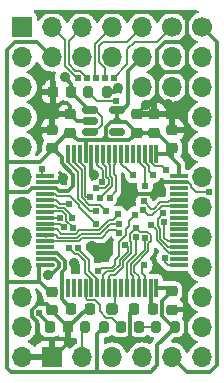
<source format=gbr>
%TF.GenerationSoftware,KiCad,Pcbnew,8.0.5*%
%TF.CreationDate,2025-07-05T09:51:00+01:00*%
%TF.ProjectId,sdrr rev f,73647272-2072-4657-9620-662e6b696361,rev?*%
%TF.SameCoordinates,Original*%
%TF.FileFunction,Copper,L1,Top*%
%TF.FilePolarity,Positive*%
%FSLAX46Y46*%
G04 Gerber Fmt 4.6, Leading zero omitted, Abs format (unit mm)*
G04 Created by KiCad (PCBNEW 8.0.5) date 2025-07-05 09:51:00*
%MOMM*%
%LPD*%
G01*
G04 APERTURE LIST*
G04 Aperture macros list*
%AMRoundRect*
0 Rectangle with rounded corners*
0 $1 Rounding radius*
0 $2 $3 $4 $5 $6 $7 $8 $9 X,Y pos of 4 corners*
0 Add a 4 corners polygon primitive as box body*
4,1,4,$2,$3,$4,$5,$6,$7,$8,$9,$2,$3,0*
0 Add four circle primitives for the rounded corners*
1,1,$1+$1,$2,$3*
1,1,$1+$1,$4,$5*
1,1,$1+$1,$6,$7*
1,1,$1+$1,$8,$9*
0 Add four rect primitives between the rounded corners*
20,1,$1+$1,$2,$3,$4,$5,0*
20,1,$1+$1,$4,$5,$6,$7,0*
20,1,$1+$1,$6,$7,$8,$9,0*
20,1,$1+$1,$8,$9,$2,$3,0*%
G04 Aperture macros list end*
%TA.AperFunction,SMDPad,CuDef*%
%ADD10RoundRect,0.200000X0.200000X0.275000X-0.200000X0.275000X-0.200000X-0.275000X0.200000X-0.275000X0*%
%TD*%
%TA.AperFunction,SMDPad,CuDef*%
%ADD11RoundRect,0.225000X0.225000X0.250000X-0.225000X0.250000X-0.225000X-0.250000X0.225000X-0.250000X0*%
%TD*%
%TA.AperFunction,SMDPad,CuDef*%
%ADD12RoundRect,0.225000X0.250000X-0.225000X0.250000X0.225000X-0.250000X0.225000X-0.250000X-0.225000X0*%
%TD*%
%TA.AperFunction,SMDPad,CuDef*%
%ADD13RoundRect,0.150000X-0.512500X-0.150000X0.512500X-0.150000X0.512500X0.150000X-0.512500X0.150000X0*%
%TD*%
%TA.AperFunction,SMDPad,CuDef*%
%ADD14RoundRect,0.250000X-0.250000X-0.250000X0.250000X-0.250000X0.250000X0.250000X-0.250000X0.250000X0*%
%TD*%
%TA.AperFunction,SMDPad,CuDef*%
%ADD15RoundRect,0.200000X-0.200000X-0.275000X0.200000X-0.275000X0.200000X0.275000X-0.200000X0.275000X0*%
%TD*%
%TA.AperFunction,SMDPad,CuDef*%
%ADD16RoundRect,0.225000X-0.250000X0.225000X-0.250000X-0.225000X0.250000X-0.225000X0.250000X0.225000X0*%
%TD*%
%TA.AperFunction,ComponentPad*%
%ADD17C,1.700000*%
%TD*%
%TA.AperFunction,ComponentPad*%
%ADD18O,1.700000X1.700000*%
%TD*%
%TA.AperFunction,ComponentPad*%
%ADD19R,1.700000X1.700000*%
%TD*%
%TA.AperFunction,SMDPad,CuDef*%
%ADD20RoundRect,0.225000X-0.225000X-0.250000X0.225000X-0.250000X0.225000X0.250000X-0.225000X0.250000X0*%
%TD*%
%TA.AperFunction,SMDPad,CuDef*%
%ADD21RoundRect,0.075000X-0.075000X0.700000X-0.075000X-0.700000X0.075000X-0.700000X0.075000X0.700000X0*%
%TD*%
%TA.AperFunction,SMDPad,CuDef*%
%ADD22RoundRect,0.075000X-0.700000X0.075000X-0.700000X-0.075000X0.700000X-0.075000X0.700000X0.075000X0*%
%TD*%
%TA.AperFunction,SMDPad,CuDef*%
%ADD23RoundRect,0.218750X-0.218750X-0.256250X0.218750X-0.256250X0.218750X0.256250X-0.218750X0.256250X0*%
%TD*%
%TA.AperFunction,ViaPad*%
%ADD24C,0.914400*%
%TD*%
%TA.AperFunction,ViaPad*%
%ADD25C,0.609600*%
%TD*%
%TA.AperFunction,Conductor*%
%ADD26C,0.304800*%
%TD*%
%TA.AperFunction,Conductor*%
%ADD27C,0.152400*%
%TD*%
G04 APERTURE END LIST*
D10*
%TO.P,R3,1*%
%TO.N,+3V3*%
X114540800Y-57124600D03*
%TO.P,R3,2*%
%TO.N,Net-(D1-A)*%
X112890800Y-57124600D03*
%TD*%
D11*
%TO.P,C1,1*%
%TO.N,+5V*%
X105753200Y-37236400D03*
%TO.P,C1,2*%
%TO.N,GND*%
X104203200Y-37236400D03*
%TD*%
D12*
%TO.P,C3,1*%
%TO.N,+3V3*%
X112801400Y-40678400D03*
%TO.P,C3,2*%
%TO.N,GND*%
X112801400Y-39128400D03*
%TD*%
%TO.P,C2,1*%
%TO.N,+3V3*%
X111302800Y-40678400D03*
%TO.P,C2,2*%
%TO.N,GND*%
X111302800Y-39128400D03*
%TD*%
D13*
%TO.P,U3,1,VIN*%
%TO.N,+5V*%
X107351400Y-38760400D03*
%TO.P,U3,2,GND*%
%TO.N,GND*%
X107351400Y-39710400D03*
%TO.P,U3,3,EN*%
%TO.N,+5V*%
X107351400Y-40660400D03*
%TO.P,U3,4,NC*%
%TO.N,unconnected-(U3-NC-Pad4)*%
X109626400Y-40660400D03*
%TO.P,U3,5,VOUT*%
%TO.N,+3V3*%
X109626400Y-38760400D03*
%TD*%
D14*
%TO.P,TP1,1,1*%
%TO.N,MCO*%
X109220000Y-55609800D03*
%TD*%
D11*
%TO.P,RC5,1*%
%TO.N,GND*%
X105499200Y-57150000D03*
%TO.P,RC5,2*%
%TO.N,Net-(RC5-Pad2)*%
X103949200Y-57150000D03*
%TD*%
D15*
%TO.P,R2,1*%
%TO.N,BOOT0*%
X107150400Y-37236400D03*
%TO.P,R2,2*%
%TO.N,GND*%
X108800400Y-37236400D03*
%TD*%
D12*
%TO.P,C7,1*%
%TO.N,+3V3*%
X104165400Y-41999200D03*
%TO.P,C7,2*%
%TO.N,GND*%
X104165400Y-40449200D03*
%TD*%
D16*
%TO.P,C6,1*%
%TO.N,+3V3*%
X114274600Y-54114400D03*
%TO.P,C6,2*%
%TO.N,GND*%
X114274600Y-55664400D03*
%TD*%
D17*
%TO.P,J2,1,Pin_1*%
%TO.N,BOOT0*%
X114300000Y-31750000D03*
D18*
%TO.P,J2,2,Pin_2*%
%TO.N,+3V3*%
X114300000Y-34290000D03*
%TO.P,J2,3,Pin_3*%
%TO.N,SEL3*%
X111760000Y-31750000D03*
%TO.P,J2,4,Pin_4*%
%TO.N,+3V3*%
X111760000Y-34290000D03*
%TO.P,J2,5,Pin_5*%
%TO.N,SEL2*%
X109220000Y-31750000D03*
%TO.P,J2,6,Pin_6*%
%TO.N,+3V3*%
X109220000Y-34290000D03*
%TO.P,J2,7,Pin_7*%
%TO.N,SEL1*%
X106680000Y-31750000D03*
%TO.P,J2,8,Pin_8*%
%TO.N,+3V3*%
X106680000Y-34290000D03*
%TO.P,J2,9,Pin_9*%
%TO.N,SEL0*%
X104140000Y-31750000D03*
%TO.P,J2,10,Pin_10*%
%TO.N,+3V3*%
X104140000Y-34290000D03*
%TD*%
D19*
%TO.P,U2,1,A7*%
%TO.N,A7*%
X101600000Y-31750000D03*
D18*
%TO.P,U2,2,A6*%
%TO.N,A6*%
X101600000Y-34290000D03*
%TO.P,U2,3,A5*%
%TO.N,A5*%
X101600000Y-36830000D03*
%TO.P,U2,4,A4*%
%TO.N,A4*%
X101600000Y-39370000D03*
%TO.P,U2,5,A3*%
%TO.N,A3*%
X101600000Y-41910000D03*
%TO.P,U2,6,A2*%
%TO.N,A2*%
X101600000Y-44450000D03*
%TO.P,U2,7,A1*%
%TO.N,A1*%
X101600000Y-46990000D03*
%TO.P,U2,8,A0*%
%TO.N,A0*%
X101600000Y-49530000D03*
%TO.P,U2,9,D0*%
%TO.N,D0*%
X101600000Y-52070000D03*
%TO.P,U2,10,D1*%
%TO.N,D1*%
X101600000Y-54610000D03*
%TO.P,U2,11,D2*%
%TO.N,D2*%
X101600000Y-57150000D03*
%TO.P,U2,12,GND*%
%TO.N,GND*%
X101600000Y-59690000D03*
%TO.P,U2,13,D3*%
%TO.N,D3*%
X116840000Y-59690000D03*
%TO.P,U2,14,D4*%
%TO.N,D4*%
X116840000Y-57150000D03*
%TO.P,U2,15,D5*%
%TO.N,D5*%
X116840000Y-54610000D03*
%TO.P,U2,16,D6*%
%TO.N,D6*%
X116840000Y-52070000D03*
%TO.P,U2,17,D7*%
%TO.N,D7*%
X116840000Y-49530000D03*
%TO.P,U2,18,A11*%
%TO.N,A11*%
X116840000Y-46990000D03*
%TO.P,U2,19,A10*%
%TO.N,A10*%
X116840000Y-44450000D03*
%TO.P,U2,20,~{CS}*%
%TO.N,CS1*%
X116840000Y-41910000D03*
%TO.P,U2,21,A12*%
%TO.N,A12*%
X116840000Y-39370000D03*
%TO.P,U2,22,A9*%
%TO.N,A9*%
X116840000Y-36830000D03*
%TO.P,U2,23,A8*%
%TO.N,A8*%
X116840000Y-34290000D03*
D17*
%TO.P,U2,24,VCC*%
%TO.N,+5V*%
X116840000Y-31750000D03*
%TD*%
D20*
%TO.P,RC4,1*%
%TO.N,GND*%
X111112000Y-55600600D03*
%TO.P,RC4,2*%
%TO.N,Net-(RC4-Pad2)*%
X112662000Y-55600600D03*
%TD*%
D21*
%TO.P,U1,1,VBAT*%
%TO.N,+3V3*%
X112970000Y-42458000D03*
%TO.P,U1,2,PC13*%
%TO.N,A9*%
X112470000Y-42458000D03*
%TO.P,U1,3,PC14*%
%TO.N,CX1*%
X111970000Y-42458000D03*
%TO.P,U1,4,PC15*%
%TO.N,CX2*%
X111470000Y-42458000D03*
%TO.P,U1,5,PH0*%
%TO.N,unconnected-(U1-PH0-Pad5)*%
X110970000Y-42458000D03*
%TO.P,U1,6,PH1*%
%TO.N,unconnected-(U1-PH1-Pad6)*%
X110470000Y-42458000D03*
%TO.P,U1,7,NRST*%
%TO.N,NRST*%
X109970000Y-42458000D03*
%TO.P,U1,8,PC0*%
%TO.N,A7*%
X109470000Y-42458000D03*
%TO.P,U1,9,PC1*%
%TO.N,A6*%
X108970000Y-42458000D03*
%TO.P,U1,10,PC2*%
%TO.N,A5*%
X108470000Y-42458000D03*
%TO.P,U1,11,PC3*%
%TO.N,A4*%
X107970000Y-42458000D03*
%TO.P,U1,12,VSSA*%
%TO.N,GND*%
X107470000Y-42458000D03*
%TO.P,U1,13,VDDA*%
%TO.N,+3V3*%
X106970000Y-42458000D03*
%TO.P,U1,14,PA0*%
%TO.N,D7*%
X106470000Y-42458000D03*
%TO.P,U1,15,PA1*%
%TO.N,D6*%
X105970000Y-42458000D03*
%TO.P,U1,16,PA2*%
%TO.N,D5*%
X105470000Y-42458000D03*
D22*
%TO.P,U1,17,PA3*%
%TO.N,D4*%
X103545000Y-44383000D03*
%TO.P,U1,18,VSS*%
%TO.N,GND*%
X103545000Y-44883000D03*
%TO.P,U1,19,VDD*%
%TO.N,+3V3*%
X103545000Y-45383000D03*
%TO.P,U1,20,PA4*%
%TO.N,D3*%
X103545000Y-45883000D03*
%TO.P,U1,21,PA5*%
%TO.N,D2*%
X103545000Y-46383000D03*
%TO.P,U1,22,PA6*%
%TO.N,D1*%
X103545000Y-46883000D03*
%TO.P,U1,23,PA7*%
%TO.N,D0*%
X103545000Y-47383000D03*
%TO.P,U1,24,PC4*%
%TO.N,A1*%
X103545000Y-47883000D03*
%TO.P,U1,25,PC5*%
%TO.N,A0*%
X103545000Y-48383000D03*
%TO.P,U1,26,PB0*%
%TO.N,SEL0*%
X103545000Y-48883000D03*
%TO.P,U1,27,PB1*%
%TO.N,SEL1*%
X103545000Y-49383000D03*
%TO.P,U1,28,PB2*%
%TO.N,SEL2*%
X103545000Y-49883000D03*
%TO.P,U1,29,PB10*%
%TO.N,unconnected-(U1-PB10-Pad29)*%
X103545000Y-50383000D03*
%TO.P,U1,30,VCAP1*%
%TO.N,Net-(U1-VCAP1)*%
X103545000Y-50883000D03*
%TO.P,U1,31,VSS*%
%TO.N,Net-(RC5-Pad2)*%
X103545000Y-51383000D03*
%TO.P,U1,32,VDD*%
%TO.N,+3V3*%
X103545000Y-51883000D03*
D21*
%TO.P,U1,33,PB12*%
%TO.N,unconnected-(U1-PB12-Pad33)*%
X105470000Y-53808000D03*
%TO.P,U1,34,PB13*%
%TO.N,unconnected-(U1-PB13-Pad34)*%
X105970000Y-53808000D03*
%TO.P,U1,35,PB14*%
%TO.N,unconnected-(U1-PB14-Pad35)*%
X106470000Y-53808000D03*
%TO.P,U1,36,PB15*%
%TO.N,LED0*%
X106970000Y-53808000D03*
%TO.P,U1,37,PC6*%
%TO.N,A2*%
X107470000Y-53808000D03*
%TO.P,U1,38,PC7*%
%TO.N,A3*%
X107970000Y-53808000D03*
%TO.P,U1,39,PC8*%
%TO.N,A8*%
X108470000Y-53808000D03*
%TO.P,U1,40,PC9*%
%TO.N,A12*%
X108970000Y-53808000D03*
%TO.P,U1,41,PA8*%
%TO.N,MCO*%
X109470000Y-53808000D03*
%TO.P,U1,42,PA9*%
%TO.N,unconnected-(U1-PA9-Pad42)*%
X109970000Y-53808000D03*
%TO.P,U1,43,PA10*%
%TO.N,CS1*%
X110470000Y-53808000D03*
%TO.P,U1,44,PA11*%
%TO.N,A11*%
X110970000Y-53808000D03*
%TO.P,U1,45,PA12*%
%TO.N,A12*%
X111470000Y-53808000D03*
%TO.P,U1,46,PA13*%
%TO.N,SWDIO*%
X111970000Y-53808000D03*
%TO.P,U1,47,VSS*%
%TO.N,Net-(RC4-Pad2)*%
X112470000Y-53808000D03*
%TO.P,U1,48,VDD*%
%TO.N,+3V3*%
X112970000Y-53808000D03*
D22*
%TO.P,U1,49,PA14*%
%TO.N,SWCLK*%
X114895000Y-51883000D03*
%TO.P,U1,50,PA15*%
%TO.N,unconnected-(U1-PA15-Pad50)*%
X114895000Y-51383000D03*
%TO.P,U1,51,PC10*%
%TO.N,CS1*%
X114895000Y-50883000D03*
%TO.P,U1,52,PC11*%
%TO.N,A10*%
X114895000Y-50383000D03*
%TO.P,U1,53,PC12*%
%TO.N,A11*%
X114895000Y-49883000D03*
%TO.P,U1,54,PD2*%
%TO.N,unconnected-(U1-PD2-Pad54)*%
X114895000Y-49383000D03*
%TO.P,U1,55,PB3*%
%TO.N,unconnected-(U1-PB3-Pad55)*%
X114895000Y-48883000D03*
%TO.P,U1,56,PB4*%
%TO.N,unconnected-(U1-PB4-Pad56)*%
X114895000Y-48383000D03*
%TO.P,U1,57,PB5*%
%TO.N,unconnected-(U1-PB5-Pad57)*%
X114895000Y-47883000D03*
%TO.P,U1,58,PB6*%
%TO.N,unconnected-(U1-PB6-Pad58)*%
X114895000Y-47383000D03*
%TO.P,U1,59,PB7*%
%TO.N,SEL3*%
X114895000Y-46883000D03*
%TO.P,U1,60,BOOT0*%
%TO.N,BOOT0*%
X114895000Y-46383000D03*
%TO.P,U1,61,PB8*%
%TO.N,unconnected-(U1-PB8-Pad61)*%
X114895000Y-45883000D03*
%TO.P,U1,62,PB9*%
%TO.N,unconnected-(U1-PB9-Pad62)*%
X114895000Y-45383000D03*
%TO.P,U1,63,VSS*%
%TO.N,GND*%
X114895000Y-44883000D03*
%TO.P,U1,64,VDD*%
%TO.N,+3V3*%
X114895000Y-44383000D03*
%TD*%
D16*
%TO.P,C4,1*%
%TO.N,+3V3*%
X104165400Y-54139800D03*
%TO.P,C4,2*%
%TO.N,GND*%
X104165400Y-55689800D03*
%TD*%
D12*
%TO.P,C5,1*%
%TO.N,+3V3*%
X105664000Y-40678400D03*
%TO.P,C5,2*%
%TO.N,GND*%
X105664000Y-39128400D03*
%TD*%
D20*
%TO.P,C9,1*%
%TO.N,Net-(U1-VCAP1)*%
X105778000Y-55600600D03*
%TO.P,C9,2*%
%TO.N,GND*%
X107328000Y-55600600D03*
%TD*%
D18*
%TO.P,J3,1,Pin_1*%
%TO.N,CX1*%
X114300000Y-36830000D03*
%TO.P,J3,2,Pin_2*%
%TO.N,CX2*%
X111760000Y-36830000D03*
%TD*%
D19*
%TO.P,J1,1,Pin_1*%
%TO.N,GND*%
X104140000Y-59690000D03*
D18*
%TO.P,J1,2,Pin_2*%
%TO.N,NRST*%
X106680000Y-59690000D03*
%TO.P,J1,3,Pin_3*%
%TO.N,SWDIO*%
X109220000Y-59690000D03*
%TO.P,J1,4,Pin_4*%
%TO.N,SWCLK*%
X111760000Y-59690000D03*
%TO.P,J1,5,Pin_5*%
%TO.N,+5V*%
X114300000Y-59690000D03*
%TD*%
D23*
%TO.P,D1,1,K*%
%TO.N,LED0*%
X109931100Y-57124600D03*
%TO.P,D1,2,A*%
%TO.N,Net-(D1-A)*%
X111506100Y-57124600D03*
%TD*%
D12*
%TO.P,C8,1*%
%TO.N,+3V3*%
X114300000Y-41999200D03*
%TO.P,C8,2*%
%TO.N,GND*%
X114300000Y-40449200D03*
%TD*%
D10*
%TO.P,R1,1*%
%TO.N,+3V3*%
X108546400Y-57124600D03*
%TO.P,R1,2*%
%TO.N,NRST*%
X106896400Y-57124600D03*
%TD*%
D24*
%TO.N,GND*%
X109753400Y-36906200D03*
X115366800Y-58343800D03*
X102819200Y-58191400D03*
X103174800Y-36347400D03*
X113919000Y-38303200D03*
X113106200Y-45262800D03*
X107508532Y-50291768D03*
X105061684Y-44493516D03*
X107670600Y-44246800D03*
D25*
X117449600Y-45720000D03*
D24*
X106019600Y-51714400D03*
X110718600Y-58420000D03*
X105587800Y-58420000D03*
X102920800Y-40665400D03*
X112064800Y-38328600D03*
X115576350Y-30784800D03*
%TO.N,+5V*%
X105232200Y-36017200D03*
D25*
%TO.N,NRST*%
X108044680Y-52421903D03*
X110998000Y-44272200D03*
X111150400Y-47618238D03*
%TO.N,SWCLK*%
X113663155Y-51282600D03*
%TO.N,SWDIO*%
X111951178Y-51892200D03*
%TO.N,SEL1*%
X107086403Y-36055584D03*
X109829317Y-48396859D03*
%TO.N,A2*%
X105562400Y-50416400D03*
%TO.N,SEL0*%
X109756301Y-47570191D03*
X106324400Y-36055584D03*
%TO.N,SEL2*%
X107848281Y-36069378D03*
X109829317Y-49158862D03*
%TO.N,BOOT0*%
X109574110Y-37998400D03*
X109372160Y-36055584D03*
X111887000Y-46514926D03*
%TO.N,A0*%
X105105954Y-48700212D03*
%TO.N,A8*%
X110305503Y-50191361D03*
%TO.N,D1*%
X105841799Y-47914643D03*
%TO.N,D4*%
X103280454Y-43775912D03*
%TO.N,CX1*%
X112674400Y-44272200D03*
%TO.N,A11*%
X111981929Y-49606200D03*
X113647535Y-48265266D03*
%TO.N,D2*%
X105579768Y-46744032D03*
%TO.N,A12*%
X111226600Y-48743570D03*
%TO.N,D5*%
X107848400Y-47343671D03*
%TO.N,D6*%
X108677992Y-47329403D03*
%TO.N,A9*%
X113792000Y-43891200D03*
%TO.N,A4*%
X108381800Y-44856400D03*
%TO.N,D3*%
X107848117Y-48439265D03*
%TO.N,A3*%
X106356754Y-50416400D03*
%TO.N,A1*%
X104775000Y-47879000D03*
%TO.N,D7*%
X107323962Y-46117438D03*
%TO.N,A7*%
X108998292Y-46179644D03*
%TO.N,A5*%
X107830005Y-45381919D03*
%TO.N,A10*%
X113564109Y-47507844D03*
%TO.N,CS1*%
X112527901Y-48519901D03*
X111226600Y-49505573D03*
%TO.N,D0*%
X105866917Y-48740000D03*
%TO.N,CX2*%
X111994064Y-45223530D03*
%TO.N,A6*%
X108229400Y-46202600D03*
D24*
%TO.N,Net-(RC5-Pad2)*%
X103809800Y-52737412D03*
D25*
X103059600Y-55981600D03*
%TO.N,SEL3*%
X111831503Y-47276563D03*
X108610157Y-36055584D03*
%TD*%
D26*
%TO.N,Net-(U1-VCAP1)*%
X104978200Y-52527200D02*
X104978200Y-54784600D01*
X103545000Y-50883000D02*
X104541757Y-50883000D01*
X105778000Y-55584400D02*
X105600200Y-55762200D01*
X105232200Y-51573443D02*
X105232200Y-52273200D01*
X104978200Y-54784600D02*
X105778000Y-55584400D01*
X104541757Y-50883000D02*
X105232200Y-51573443D01*
X105232200Y-52273200D02*
X104978200Y-52527200D01*
%TO.N,GND*%
X109423200Y-37236400D02*
X109753400Y-36906200D01*
X115576350Y-30784800D02*
X115570000Y-30791150D01*
X104317800Y-59690000D02*
X105587800Y-58420000D01*
X105664000Y-39128400D02*
X105664000Y-38404800D01*
X115570000Y-37617400D02*
X115620800Y-37668200D01*
D27*
X115647400Y-44883000D02*
X115925600Y-45161200D01*
D26*
X115112800Y-30480000D02*
X114757200Y-30480000D01*
X104165400Y-55689800D02*
X104165400Y-55816200D01*
X104927400Y-38176200D02*
X104698800Y-38404800D01*
X105511600Y-38252400D02*
X105435400Y-38176200D01*
X110718600Y-58420000D02*
X110718600Y-55994000D01*
X113106200Y-45262800D02*
X113486000Y-44883000D01*
X104140000Y-59690000D02*
X104317800Y-59690000D01*
X113486000Y-44883000D02*
X114895000Y-44883000D01*
X115417600Y-30784800D02*
X115112800Y-30480000D01*
X113030000Y-35585400D02*
X113030000Y-37541200D01*
X102819200Y-56667400D02*
X102450000Y-56298200D01*
X102819200Y-58191400D02*
X105359200Y-58191400D01*
X104978200Y-38176200D02*
X104927400Y-38176200D01*
X112064800Y-38328600D02*
X111302800Y-39090600D01*
X113106200Y-45262800D02*
X112522000Y-45847000D01*
X112522000Y-45847000D02*
X111709200Y-45847000D01*
X102971600Y-55194200D02*
X103669800Y-55194200D01*
D27*
X115925600Y-45313600D02*
X116332000Y-45720000D01*
D26*
X103545000Y-44883000D02*
X104672200Y-44883000D01*
X107351400Y-39710400D02*
X106246000Y-39710400D01*
X105435400Y-38176200D02*
X104978200Y-38176200D01*
X107470000Y-44046200D02*
X107470000Y-42458000D01*
X107670600Y-44246800D02*
X107470000Y-44046200D01*
X107048600Y-55600600D02*
X105499200Y-57150000D01*
D27*
X116332000Y-45720000D02*
X117449600Y-45720000D01*
D26*
X115570000Y-35534600D02*
X115570000Y-37617400D01*
X113030000Y-35483800D02*
X113030000Y-33680400D01*
X102819200Y-58191400D02*
X102819200Y-56667400D01*
X107467400Y-42460600D02*
X107470000Y-42458000D01*
X106246000Y-39710400D02*
X105664000Y-39128400D01*
X110718600Y-55994000D02*
X111112000Y-55600600D01*
X102450000Y-56298200D02*
X102450000Y-55715800D01*
D27*
X114895000Y-44883000D02*
X115647400Y-44883000D01*
D26*
X107328000Y-55600600D02*
X107188000Y-55740600D01*
X111302800Y-39090600D02*
X111302800Y-39128400D01*
X113080800Y-35534600D02*
X113030000Y-35585400D01*
X113030000Y-33680400D02*
X113690400Y-33020000D01*
X102450000Y-55715800D02*
X102971600Y-55194200D01*
X112064800Y-38328600D02*
X112699800Y-38328600D01*
X113080800Y-35534600D02*
X113030000Y-35483800D01*
X104165400Y-55816200D02*
X105499200Y-57150000D01*
X105664000Y-38404800D02*
X105511600Y-38252400D01*
X103352600Y-30480000D02*
X103022400Y-30810200D01*
X108800400Y-37236400D02*
X109423200Y-37236400D01*
X105359200Y-58191400D02*
X105587800Y-58420000D01*
X105061684Y-44788633D02*
X105061684Y-44493516D01*
X110845600Y-45847000D02*
X110820200Y-45821600D01*
X115570000Y-30791150D02*
X115570000Y-35534600D01*
X114757200Y-30480000D02*
X103352600Y-30480000D01*
X113690400Y-33020000D02*
X115214400Y-33020000D01*
X111709200Y-45847000D02*
X110845600Y-45847000D01*
X115570000Y-35534600D02*
X113080800Y-35534600D01*
X107328000Y-55600600D02*
X107048600Y-55600600D01*
X104672200Y-44883000D02*
X105061684Y-44493516D01*
X103669800Y-55194200D02*
X104165400Y-55689800D01*
D27*
X115925600Y-45161200D02*
X115925600Y-45313600D01*
%TO.N,+5V*%
X108331000Y-40030400D02*
X108331000Y-39420800D01*
X108331000Y-39420800D02*
X108331000Y-39344600D01*
D26*
X116840000Y-31750000D02*
X118106600Y-33016600D01*
X105232200Y-36017200D02*
X105753200Y-36538200D01*
X105753200Y-36538200D02*
X105753200Y-37236400D01*
X105753200Y-37274800D02*
X107238800Y-38760400D01*
X118106600Y-33016600D02*
X118106600Y-60379200D01*
X105753200Y-37236400D02*
X105753200Y-37274800D01*
D27*
X107746800Y-38760400D02*
X107351400Y-38760400D01*
D26*
X118106600Y-60379200D02*
X117525800Y-60960000D01*
X107348800Y-38763000D02*
X107351400Y-38760400D01*
D27*
X107351400Y-40660400D02*
X107701000Y-40660400D01*
D26*
X115570000Y-60960000D02*
X114300000Y-59690000D01*
D27*
X108331000Y-39344600D02*
X107746800Y-38760400D01*
D26*
X107370800Y-40660400D02*
X107467400Y-40563800D01*
D27*
X107701000Y-40660400D02*
X108331000Y-40030400D01*
D26*
X117525800Y-60960000D02*
X115570000Y-60960000D01*
X107238800Y-38760400D02*
X107351400Y-38760400D01*
X107351400Y-40660400D02*
X107370800Y-40660400D01*
%TO.N,+3V3*%
X102260400Y-33020000D02*
X100965000Y-33020000D01*
X105495882Y-45669200D02*
X104749600Y-45669200D01*
X113933600Y-42458000D02*
X114300000Y-42824400D01*
X109093000Y-39801800D02*
X108659100Y-40235700D01*
X113461800Y-54927200D02*
X113461800Y-56184800D01*
X109626400Y-38760400D02*
X110109000Y-38760400D01*
X111048800Y-40424400D02*
X111289800Y-40665400D01*
X112839800Y-40665400D02*
X112839800Y-40653000D01*
X104165400Y-42166600D02*
X103152000Y-43180000D01*
X109321600Y-39801800D02*
X109093000Y-39801800D01*
X114300000Y-41999200D02*
X114300000Y-42824400D01*
X104463400Y-45383000D02*
X103545000Y-45383000D01*
X112970000Y-42458000D02*
X113841200Y-42458000D01*
X107975400Y-57695600D02*
X108546400Y-57124600D01*
X108637900Y-41018900D02*
X108331000Y-41325800D01*
X102260400Y-33020000D02*
X102870000Y-33020000D01*
X103047800Y-53263800D02*
X103339900Y-53555900D01*
X103545000Y-51883000D02*
X103494169Y-51883000D01*
X105942251Y-45222831D02*
X105495882Y-45669200D01*
X113461800Y-56184800D02*
X114401600Y-57124600D01*
X104050800Y-54266800D02*
X103339900Y-53555900D01*
X109931200Y-39801800D02*
X110426200Y-39801800D01*
X108991400Y-41325800D02*
X107391200Y-41325800D01*
X108966000Y-41325800D02*
X108991400Y-41325800D01*
X106311400Y-41325800D02*
X105664000Y-40678400D01*
X112979200Y-40678400D02*
X114300000Y-41999200D01*
X111302800Y-40678400D02*
X112801400Y-40678400D01*
X103047800Y-51883198D02*
X103047800Y-52552600D01*
X103545000Y-45383000D02*
X102470400Y-45383000D01*
X109194600Y-41325800D02*
X108991400Y-41325800D01*
X103047800Y-52552600D02*
X103047800Y-53263800D01*
X112839800Y-40550800D02*
X112839800Y-40665400D01*
X103152000Y-43180000D02*
X100330000Y-43180000D01*
X107391200Y-41325800D02*
X107137200Y-41325800D01*
X100330000Y-53314600D02*
X102997000Y-53314600D01*
X100330000Y-60604400D02*
X100330000Y-53314600D01*
X102133400Y-45720000D02*
X100330000Y-45720000D01*
X102870000Y-33020000D02*
X104140000Y-34290000D01*
X114960400Y-44317600D02*
X114895000Y-44383000D01*
X109194600Y-41325800D02*
X110655400Y-41325800D01*
X107975400Y-60960000D02*
X112471200Y-60960000D01*
X112801400Y-40678400D02*
X112979200Y-40678400D01*
X113030000Y-58699400D02*
X114540800Y-57188600D01*
X105486200Y-40678400D02*
X104165400Y-41999200D01*
X100330000Y-33655000D02*
X100330000Y-43434000D01*
X109626400Y-39497000D02*
X109931200Y-39801800D01*
X109626400Y-39497000D02*
X109321600Y-39801800D01*
X110109000Y-38760400D02*
X110566200Y-38303200D01*
X104165400Y-42011600D02*
X104940100Y-42786300D01*
X114401600Y-57124600D02*
X114540800Y-57124600D01*
X104940100Y-42786300D02*
X104940100Y-43294300D01*
X100685600Y-60960000D02*
X100330000Y-60604400D01*
X102997000Y-53314600D02*
X103047800Y-53263800D01*
X110655400Y-41325800D02*
X111302800Y-40678400D01*
X113841200Y-42458000D02*
X114300000Y-41999200D01*
X112970000Y-53808000D02*
X113968200Y-53808000D01*
X107975400Y-60960000D02*
X100685600Y-60960000D01*
X113030000Y-60401200D02*
X113030000Y-58699400D01*
X114274600Y-54114400D02*
X113461800Y-54927200D01*
X109626400Y-38760400D02*
X109626400Y-39319200D01*
X103606600Y-53822600D02*
X103339900Y-53555900D01*
X102470400Y-45383000D02*
X102133400Y-45720000D01*
X106970000Y-41493000D02*
X106970000Y-42458000D01*
X107975400Y-60960000D02*
X107975400Y-57695600D01*
X108659100Y-41018900D02*
X108966000Y-41325800D01*
X107137200Y-41325800D02*
X106970000Y-41493000D01*
X109690400Y-38696400D02*
X109626400Y-38760400D01*
X104165400Y-54266800D02*
X104050800Y-54266800D01*
X109194600Y-41325800D02*
X108331000Y-41325800D01*
X104749600Y-45669200D02*
X104463400Y-45383000D01*
X110566200Y-38303200D02*
X110566200Y-35483800D01*
X114540800Y-57188600D02*
X114540800Y-57124600D01*
X100330000Y-43180000D02*
X100330000Y-43434000D01*
X104165400Y-41999200D02*
X104165400Y-42166600D01*
X108659100Y-40235700D02*
X108659100Y-41018900D01*
X100330000Y-43434000D02*
X100330000Y-45720000D01*
X114895000Y-43419400D02*
X114895000Y-44383000D01*
X100330000Y-45720000D02*
X100330000Y-53314600D01*
X108659100Y-41018900D02*
X108637900Y-41018900D01*
X104940100Y-43294300D02*
X105942251Y-44296451D01*
X113968200Y-53808000D02*
X114274600Y-54114400D01*
X107391200Y-41325800D02*
X106311400Y-41325800D01*
X112839800Y-40665400D02*
X112970000Y-40795600D01*
X112471200Y-60960000D02*
X113030000Y-60401200D01*
X105942251Y-44296451D02*
X105942251Y-45222831D01*
X110426200Y-39801800D02*
X111302800Y-40678400D01*
X100965000Y-33020000D02*
X100330000Y-33655000D01*
X104248601Y-51883000D02*
X103545000Y-51883000D01*
X113841200Y-42458000D02*
X113933600Y-42458000D01*
X105664000Y-40678400D02*
X105486200Y-40678400D01*
X114300000Y-42824400D02*
X114895000Y-43419400D01*
X104165400Y-41999200D02*
X104165400Y-42011600D01*
X109626400Y-39319200D02*
X109626400Y-39497000D01*
X110566200Y-35483800D02*
X111760000Y-34290000D01*
X109931200Y-39801800D02*
X109321600Y-39801800D01*
D27*
%TO.N,NRST*%
X110388400Y-49354121D02*
X110388400Y-48869600D01*
X110312200Y-43586400D02*
X110210600Y-43586400D01*
X108044680Y-52421903D02*
X108345783Y-52120800D01*
X109194600Y-52120800D02*
X109423200Y-51892200D01*
X110210600Y-43586400D02*
X109970000Y-43345800D01*
X109423200Y-51462644D02*
X109767222Y-51118622D01*
X110629700Y-48138938D02*
X111150400Y-47618238D01*
X109970000Y-43345800D02*
X109970000Y-42458000D01*
X108345783Y-52120800D02*
X109194600Y-52120800D01*
X110998000Y-44272200D02*
X110312200Y-43586400D01*
X110388400Y-48869600D02*
X110629700Y-48628300D01*
X110629700Y-48628300D02*
X110629700Y-48138938D01*
X109767222Y-51118622D02*
X109767222Y-49975300D01*
X106680000Y-57341000D02*
X106680000Y-59690000D01*
X110186161Y-49556361D02*
X110388400Y-49354121D01*
X109767222Y-49975300D02*
X110186161Y-49556361D01*
X109423200Y-51892200D02*
X109423200Y-51462644D01*
X106896400Y-57124600D02*
X106680000Y-57341000D01*
%TO.N,SWCLK*%
X114895000Y-51883000D02*
X113935200Y-51883000D01*
X113935200Y-51883000D02*
X113663155Y-51610955D01*
X113663155Y-51610955D02*
X113663155Y-51282600D01*
%TO.N,SWDIO*%
X111951178Y-51892200D02*
X111734600Y-52108778D01*
X111970000Y-52825200D02*
X111970000Y-53808000D01*
X111734600Y-52108778D02*
X111734600Y-52589800D01*
X111734600Y-52589800D02*
X111970000Y-52825200D01*
%TO.N,SEL1*%
X109075917Y-48396859D02*
X108195311Y-49277465D01*
X105537000Y-34900348D02*
X105537000Y-32893000D01*
X108195311Y-49277465D02*
X106550787Y-49277465D01*
X103545000Y-49383000D02*
X103643913Y-49481913D01*
X104424800Y-49383000D02*
X103545000Y-49383000D01*
X106489593Y-35458774D02*
X106095426Y-35458774D01*
X107086403Y-36055584D02*
X106489593Y-35458774D01*
X109829317Y-48396859D02*
X109075917Y-48396859D01*
X104620000Y-49578200D02*
X104424800Y-49383000D01*
X106095426Y-35458774D02*
X105537000Y-34900348D01*
X105537000Y-32893000D02*
X106680000Y-31750000D01*
X106550787Y-49277465D02*
X106250052Y-49578200D01*
X106250052Y-49578200D02*
X104620000Y-49578200D01*
%TO.N,A2*%
X106934000Y-52552600D02*
X107470000Y-53088600D01*
X106326468Y-50949800D02*
X106934000Y-51557332D01*
X107470000Y-53088600D02*
X107470000Y-53808000D01*
X106095800Y-50949800D02*
X106326468Y-50949800D01*
X106934000Y-51557332D02*
X106934000Y-52552600D01*
X105562400Y-50416400D02*
X106095800Y-50949800D01*
%TO.N,SEL0*%
X106123800Y-49273400D02*
X104924800Y-49273400D01*
X106324400Y-36055584D02*
X106261184Y-36055584D01*
X109756301Y-47622099D02*
X109286341Y-48092059D01*
X108949665Y-48092059D02*
X108069059Y-48972665D01*
X104534400Y-48883000D02*
X103545000Y-48883000D01*
X109286341Y-48092059D02*
X108949665Y-48092059D01*
X106261184Y-36055584D02*
X105232200Y-35026600D01*
X109756301Y-47570191D02*
X109756301Y-47622099D01*
X105232200Y-32842200D02*
X104140000Y-31750000D01*
X106424535Y-48972665D02*
X106123800Y-49273400D01*
X105232200Y-35026600D02*
X105232200Y-32842200D01*
X108069059Y-48972665D02*
X106424535Y-48972665D01*
X104924800Y-49273400D02*
X104534400Y-48883000D01*
%TO.N,SEL2*%
X106376304Y-49883000D02*
X103545000Y-49883000D01*
X107848281Y-36069378D02*
X107772200Y-35993297D01*
X107772200Y-35993297D02*
X107772200Y-33197800D01*
X107772200Y-33197800D02*
X109220000Y-31750000D01*
X109829317Y-49158862D02*
X109583166Y-48912711D01*
X109583166Y-48912711D02*
X108991117Y-48912711D01*
X108321563Y-49582265D02*
X106677039Y-49582265D01*
X106677039Y-49582265D02*
X106376304Y-49883000D01*
X108991117Y-48912711D02*
X108321563Y-49582265D01*
%TO.N,BOOT0*%
X112489074Y-47117000D02*
X111887000Y-46514926D01*
X110515400Y-34912344D02*
X110515400Y-33629600D01*
X111150400Y-32994600D02*
X113055400Y-32994600D01*
X109372160Y-36055584D02*
X110515400Y-34912344D01*
X110515400Y-33629600D02*
X111150400Y-32994600D01*
X113308359Y-46578200D02*
X112769559Y-47117000D01*
X107912400Y-37998400D02*
X107150400Y-37236400D01*
X114895000Y-46383000D02*
X114114200Y-46383000D01*
X112769559Y-47117000D02*
X112489074Y-47117000D01*
X114114200Y-46383000D02*
X113919000Y-46578200D01*
X113919000Y-46578200D02*
X113308359Y-46578200D01*
X109574110Y-37998400D02*
X107912400Y-37998400D01*
X113055400Y-32994600D02*
X114300000Y-31750000D01*
%TO.N,A0*%
X103574400Y-48412400D02*
X103545000Y-48383000D01*
X104818142Y-48412400D02*
X103574400Y-48412400D01*
X105105954Y-48700212D02*
X104818142Y-48412400D01*
%TO.N,A8*%
X109860400Y-51456496D02*
X110534103Y-50782793D01*
X110534103Y-50336103D02*
X110389361Y-50191361D01*
X108470000Y-52743800D02*
X108788200Y-52425600D01*
X110389361Y-50191361D02*
X110305503Y-50191361D01*
X109320852Y-52425600D02*
X109860400Y-51886052D01*
X110534103Y-50782793D02*
X110534103Y-50336103D01*
X108788200Y-52425600D02*
X109320852Y-52425600D01*
X108470000Y-53808000D02*
X108470000Y-52743800D01*
X109860400Y-51886052D02*
X109860400Y-51456496D01*
%TO.N,D1*%
X104490200Y-46883000D02*
X104648000Y-47040800D01*
X103545000Y-46883000D02*
X104490200Y-46883000D01*
X105841799Y-47760405D02*
X105841799Y-47914643D01*
X105122194Y-47040800D02*
X105841799Y-47760405D01*
X104648000Y-47040800D02*
X105122194Y-47040800D01*
%TO.N,D4*%
X103280454Y-44031258D02*
X103280454Y-44373800D01*
X103280454Y-43775912D02*
X103280454Y-44118454D01*
%TO.N,CX1*%
X112674400Y-44272200D02*
X112298864Y-43896664D01*
X112298864Y-43493298D02*
X111970000Y-43164434D01*
X111970000Y-43164434D02*
X111970000Y-42458000D01*
X112298864Y-43896664D02*
X112298864Y-43493298D01*
%TO.N,A11*%
X110774800Y-51835252D02*
X110774800Y-52659600D01*
X113647535Y-48265266D02*
X113647535Y-49614135D01*
X113647535Y-49614135D02*
X113916400Y-49883000D01*
X111981929Y-50628123D02*
X110774800Y-51835252D01*
X110774800Y-52659600D02*
X110970000Y-52854800D01*
X110970000Y-52854800D02*
X110970000Y-53808000D01*
X113916400Y-49883000D02*
X114895000Y-49883000D01*
X111981929Y-49606200D02*
X111981929Y-50628123D01*
%TO.N,D2*%
X105248446Y-46736000D02*
X104825800Y-46736000D01*
X105579768Y-46744032D02*
X105256478Y-46744032D01*
X104472800Y-46383000D02*
X103545000Y-46383000D01*
X105256478Y-46744032D02*
X105248446Y-46736000D01*
X104825800Y-46736000D02*
X104472800Y-46383000D01*
%TO.N,A12*%
X108970000Y-53808000D02*
X108970000Y-52853400D01*
X112293400Y-50049071D02*
X112293400Y-50747704D01*
X112202871Y-49072800D02*
X112515329Y-49385258D01*
X110165200Y-51582374D02*
X110838903Y-50908671D01*
X110838903Y-49970419D02*
X110693200Y-49824716D01*
X112515329Y-49827142D02*
X112293400Y-50049071D01*
X110838903Y-50908671D02*
X110838903Y-49970419D01*
X111555830Y-49072800D02*
X112202871Y-49072800D01*
X111079600Y-52456400D02*
X111470000Y-52846800D01*
X111225630Y-48743570D02*
X111226600Y-48743570D01*
X111226600Y-48743570D02*
X111555830Y-49072800D01*
X110693200Y-49824716D02*
X110693200Y-49276000D01*
X111079600Y-51961504D02*
X111079600Y-52456400D01*
X112293400Y-50747704D02*
X111079600Y-51961504D01*
X110693200Y-49276000D02*
X111225630Y-48743570D01*
X109093000Y-52730400D02*
X109499400Y-52730400D01*
X108970000Y-52853400D02*
X109093000Y-52730400D01*
X109499400Y-52730400D02*
X110165200Y-52064600D01*
X110165200Y-52064600D02*
X110165200Y-51582374D01*
X112515329Y-49385258D02*
X112515329Y-49827142D01*
X111470000Y-52846800D02*
X111470000Y-53808000D01*
%TO.N,D5*%
X105470000Y-43163800D02*
X106323251Y-44017051D01*
X107364801Y-47343671D02*
X107848400Y-47343671D01*
X105470000Y-42458000D02*
X105470000Y-43163800D01*
X106323251Y-46302121D02*
X107364801Y-47343671D01*
X106323251Y-44017051D02*
X106323251Y-46302121D01*
%TO.N,D6*%
X105970000Y-43181200D02*
X105970000Y-42458000D01*
X106628051Y-43839251D02*
X105970000Y-43181200D01*
X107262453Y-46810271D02*
X106628051Y-46175869D01*
X108158860Y-46810271D02*
X107262453Y-46810271D01*
X106628051Y-46175869D02*
X106628051Y-43839251D01*
X108677992Y-47329403D02*
X108158860Y-46810271D01*
%TO.N,A9*%
X113434984Y-43534184D02*
X112839750Y-43534184D01*
X112470000Y-43164434D02*
X112470000Y-42458000D01*
X112839750Y-43534184D02*
X112470000Y-43164434D01*
X113792000Y-43891200D02*
X113434984Y-43534184D01*
%TO.N,A4*%
X107970000Y-42458000D02*
X107970000Y-43454000D01*
X108407200Y-43891200D02*
X108407200Y-44831000D01*
X107970000Y-43454000D02*
X108407200Y-43891200D01*
X108407200Y-44831000D02*
X108381800Y-44856400D01*
%TO.N,D3*%
X103545000Y-45883000D02*
X104403852Y-45883000D01*
X107848117Y-48437517D02*
X107848117Y-48439265D01*
X105640278Y-46050200D02*
X106405268Y-46815190D01*
X104403852Y-45883000D02*
X104571052Y-46050200D01*
X104571052Y-46050200D02*
X105640278Y-46050200D01*
X106405268Y-46994668D02*
X107848117Y-48437517D01*
X106405268Y-46815190D02*
X106405268Y-46994668D01*
%TO.N,MCO*%
X109470000Y-55359800D02*
X109220000Y-55609800D01*
X109470000Y-53808000D02*
X109470000Y-55359800D01*
%TO.N,A3*%
X107970000Y-53808000D02*
X107970000Y-53101566D01*
X107238800Y-52370366D02*
X107238800Y-51431080D01*
X107238800Y-51431080D02*
X106356754Y-50549034D01*
X107970000Y-53101566D02*
X107238800Y-52370366D01*
X106356754Y-50549034D02*
X106356754Y-50416400D01*
%TO.N,A1*%
X103545000Y-47883000D02*
X104771000Y-47883000D01*
X104771000Y-47883000D02*
X104775000Y-47879000D01*
%TO.N,D7*%
X107323962Y-46117438D02*
X107000672Y-46117438D01*
X106932851Y-43636051D02*
X106470000Y-43173200D01*
X107000672Y-46117438D02*
X106932851Y-46049617D01*
X106470000Y-43173200D02*
X106470000Y-42458000D01*
X106932851Y-46049617D02*
X106932851Y-43636051D01*
%TO.N,A7*%
X109524800Y-44382954D02*
X109372400Y-44230554D01*
X109524800Y-45653136D02*
X109524800Y-44382954D01*
X109470000Y-43336400D02*
X109470000Y-42458000D01*
X109372400Y-43434000D02*
X109470000Y-43336400D01*
X109372400Y-44230554D02*
X109372400Y-43434000D01*
X108998292Y-46179644D02*
X109524800Y-45653136D01*
%TO.N,A5*%
X108160858Y-45389800D02*
X107837886Y-45389800D01*
X108470000Y-43369800D02*
X108470000Y-42458000D01*
X107837886Y-45389800D02*
X107830005Y-45381919D01*
X108305600Y-45389800D02*
X108602742Y-45389800D01*
X108602742Y-45389800D02*
X108915200Y-45077342D01*
X108915200Y-45077342D02*
X108915200Y-44635458D01*
X108712000Y-43611800D02*
X108470000Y-43369800D01*
X108712000Y-44432258D02*
X108712000Y-43611800D01*
X108915200Y-44635458D02*
X108712000Y-44432258D01*
X108160858Y-45389800D02*
X108305600Y-45389800D01*
%TO.N,A10*%
X113309400Y-48836542D02*
X113309400Y-49707052D01*
X113309400Y-49707052D02*
X113985348Y-50383000D01*
X113564109Y-47507844D02*
X113080800Y-47991153D01*
X113080800Y-48607942D02*
X113309400Y-48836542D01*
X113985348Y-50383000D02*
X114895000Y-50383000D01*
X113080800Y-47991153D02*
X113080800Y-48607942D01*
%TO.N,CS1*%
X111226600Y-50952400D02*
X110470000Y-51709000D01*
X114054296Y-50883000D02*
X114895000Y-50883000D01*
X112527901Y-48519901D02*
X112979200Y-48971200D01*
X110470000Y-51709000D02*
X110470000Y-53808000D01*
X111226600Y-49505573D02*
X111226600Y-50952400D01*
X112979200Y-49807904D02*
X114054296Y-50883000D01*
X112979200Y-48971200D02*
X112979200Y-49807904D01*
%TO.N,D0*%
X105308400Y-47658058D02*
X105308400Y-48158400D01*
X105316812Y-48166812D02*
X105326896Y-48166812D01*
X103545000Y-47383000D02*
X103582400Y-47345600D01*
X105308400Y-48158400D02*
X105316812Y-48166812D01*
X105866917Y-48706833D02*
X105866917Y-48740000D01*
X103582400Y-47345600D02*
X104995942Y-47345600D01*
X104995942Y-47345600D02*
X105308400Y-47658058D01*
X105326896Y-48166812D02*
X105866917Y-48706833D01*
%TO.N,CX2*%
X111994064Y-43693464D02*
X111470000Y-43169400D01*
X111994064Y-45223530D02*
X111994064Y-43693464D01*
X111470000Y-43169400D02*
X111470000Y-42458000D01*
%TO.N,A6*%
X109220000Y-44509206D02*
X109066178Y-44355384D01*
X108229400Y-46194194D02*
X109220000Y-45203594D01*
X109066178Y-43453978D02*
X108970000Y-43357800D01*
X108970000Y-43357800D02*
X108970000Y-42458000D01*
X108229400Y-46202600D02*
X108229400Y-46194194D01*
X109066178Y-44355384D02*
X109066178Y-43453978D01*
X109220000Y-45203594D02*
X109220000Y-44509206D01*
%TO.N,Net-(D1-A)*%
X111506100Y-57124600D02*
X112890800Y-57124600D01*
D26*
%TO.N,Net-(RC4-Pad2)*%
X112470000Y-55408600D02*
X112662000Y-55600600D01*
X112470000Y-53808000D02*
X112470000Y-55408600D01*
%TO.N,Net-(RC5-Pad2)*%
X103949200Y-56933800D02*
X103949200Y-57150000D01*
X104040767Y-52737412D02*
X104705801Y-52072378D01*
X103059600Y-56044200D02*
X103949200Y-56933800D01*
X104705801Y-51693622D02*
X104395179Y-51383000D01*
X103809800Y-52737412D02*
X104040767Y-52737412D01*
X103059600Y-55981600D02*
X103059600Y-56044200D01*
X104395179Y-51383000D02*
X103545000Y-51383000D01*
X104705801Y-52072378D02*
X104705801Y-51693622D01*
D27*
%TO.N,SEL3*%
X113434611Y-46883000D02*
X112616411Y-47701200D01*
X108610157Y-36055584D02*
X108610157Y-35254957D01*
X112616411Y-47701200D02*
X112256140Y-47701200D01*
X110515400Y-32994600D02*
X111760000Y-31750000D01*
X108077000Y-34721800D02*
X108077000Y-33324052D01*
X112256140Y-47701200D02*
X111831503Y-47276563D01*
X114895000Y-46883000D02*
X113434611Y-46883000D01*
X108610157Y-35254957D02*
X108077000Y-34721800D01*
X108406452Y-32994600D02*
X110515400Y-32994600D01*
X108077000Y-33324052D02*
X108406452Y-32994600D01*
%TO.N,LED0*%
X109931100Y-57124600D02*
X109931100Y-57124500D01*
X109169200Y-56362600D02*
X108737400Y-56362600D01*
X108204000Y-55829200D02*
X108204000Y-55245000D01*
X108737400Y-56362600D02*
X108204000Y-55829200D01*
X107111800Y-54838600D02*
X106970000Y-54696800D01*
X106970000Y-54696800D02*
X106970000Y-53808000D01*
X107797600Y-54838600D02*
X107111800Y-54838600D01*
X109931100Y-57124500D02*
X109169200Y-56362600D01*
X108204000Y-55245000D02*
X107797600Y-54838600D01*
%TD*%
%TA.AperFunction,Conductor*%
%TO.N,GND*%
G36*
X103674075Y-59497007D02*
G01*
X103640000Y-59624174D01*
X103640000Y-59755826D01*
X103674075Y-59882993D01*
X103706988Y-59940000D01*
X102033012Y-59940000D01*
X102065925Y-59882993D01*
X102100000Y-59755826D01*
X102100000Y-59624174D01*
X102065925Y-59497007D01*
X102033012Y-59440000D01*
X103706988Y-59440000D01*
X103674075Y-59497007D01*
G37*
%TD.AperFunction*%
%TA.AperFunction,Conductor*%
G36*
X110808749Y-57744609D02*
G01*
X110818558Y-57755928D01*
X110859246Y-57808954D01*
X110984635Y-57905168D01*
X110984638Y-57905170D01*
X111066971Y-57939272D01*
X111130653Y-57965650D01*
X111248005Y-57981100D01*
X111764194Y-57981099D01*
X111881547Y-57965650D01*
X111978892Y-57925328D01*
X112027564Y-57905169D01*
X112110152Y-57841797D01*
X112134303Y-57823264D01*
X112200523Y-57797664D01*
X112270072Y-57811929D01*
X112287710Y-57823264D01*
X112397534Y-57907534D01*
X112397541Y-57907539D01*
X112538998Y-57966133D01*
X112652684Y-57981100D01*
X112689062Y-57981100D01*
X112757183Y-58001102D01*
X112803676Y-58054758D01*
X112813780Y-58125032D01*
X112784286Y-58189612D01*
X112778157Y-58196195D01*
X112702178Y-58272174D01*
X112652075Y-58322277D01*
X112602772Y-58371580D01*
X112532486Y-58493317D01*
X112532481Y-58493329D01*
X112524167Y-58524360D01*
X112487216Y-58584982D01*
X112423355Y-58616004D01*
X112352860Y-58607575D01*
X112349211Y-58605943D01*
X112182810Y-58528349D01*
X112182804Y-58528347D01*
X111974668Y-58472577D01*
X111760000Y-58453796D01*
X111545331Y-58472577D01*
X111337195Y-58528347D01*
X111337190Y-58528349D01*
X111141897Y-58619416D01*
X110965386Y-58743010D01*
X110965380Y-58743015D01*
X110813015Y-58895380D01*
X110813010Y-58895386D01*
X110689416Y-59071897D01*
X110604195Y-59254654D01*
X110557277Y-59307939D01*
X110489000Y-59327400D01*
X110421040Y-59306858D01*
X110375805Y-59254654D01*
X110345656Y-59190000D01*
X110290584Y-59071898D01*
X110166987Y-58895383D01*
X110014617Y-58743013D01*
X109838102Y-58619416D01*
X109642807Y-58528348D01*
X109642805Y-58528347D01*
X109642804Y-58528347D01*
X109434668Y-58472577D01*
X109220000Y-58453796D01*
X109005331Y-58472577D01*
X108797195Y-58528347D01*
X108797189Y-58528349D01*
X108688550Y-58579009D01*
X108618358Y-58589670D01*
X108553546Y-58560690D01*
X108514689Y-58501270D01*
X108509300Y-58464814D01*
X108509300Y-58107100D01*
X108529302Y-58038979D01*
X108582958Y-57992486D01*
X108635300Y-57981100D01*
X108784509Y-57981100D01*
X108784516Y-57981100D01*
X108898202Y-57966133D01*
X109039659Y-57907539D01*
X109149490Y-57823263D01*
X109215709Y-57797664D01*
X109285257Y-57811929D01*
X109302891Y-57823260D01*
X109409635Y-57905168D01*
X109409638Y-57905170D01*
X109491971Y-57939272D01*
X109555653Y-57965650D01*
X109673005Y-57981100D01*
X110189194Y-57981099D01*
X110306547Y-57965650D01*
X110419482Y-57918871D01*
X110452561Y-57905170D01*
X110452561Y-57905169D01*
X110452565Y-57905168D01*
X110577954Y-57808954D01*
X110618638Y-57755933D01*
X110675975Y-57714067D01*
X110746846Y-57709845D01*
X110808749Y-57744609D01*
G37*
%TD.AperFunction*%
%TA.AperFunction,Conductor*%
G36*
X112959612Y-50436056D02*
G01*
X112966195Y-50442185D01*
X113158398Y-50634388D01*
X113192424Y-50696700D01*
X113187359Y-50767515D01*
X113152863Y-50817789D01*
X113145686Y-50824148D01*
X113145677Y-50824157D01*
X113051004Y-50961314D01*
X112991901Y-51117153D01*
X112971814Y-51282596D01*
X112971814Y-51282603D01*
X112991901Y-51448046D01*
X113051004Y-51603885D01*
X113091878Y-51663100D01*
X113141923Y-51735603D01*
X113145678Y-51741042D01*
X113145680Y-51741045D01*
X113261515Y-51843665D01*
X113287079Y-51874973D01*
X113296904Y-51891990D01*
X113654166Y-52249251D01*
X113654167Y-52249252D01*
X113654169Y-52249253D01*
X113758532Y-52309507D01*
X113758535Y-52309508D01*
X113874943Y-52340700D01*
X113903329Y-52340700D01*
X113971450Y-52360702D01*
X113978133Y-52365308D01*
X113979283Y-52366157D01*
X114109173Y-52411608D01*
X114140014Y-52414500D01*
X114140017Y-52414500D01*
X115561620Y-52414500D01*
X115629741Y-52434502D01*
X115675965Y-52487847D01*
X115676023Y-52487821D01*
X115676117Y-52488023D01*
X115676234Y-52488158D01*
X115676623Y-52489109D01*
X115728810Y-52601023D01*
X115769416Y-52688102D01*
X115893013Y-52864617D01*
X116045383Y-53016987D01*
X116221898Y-53140584D01*
X116386085Y-53217146D01*
X116404654Y-53225805D01*
X116457939Y-53272723D01*
X116477400Y-53341000D01*
X116456858Y-53408960D01*
X116404654Y-53454195D01*
X116221897Y-53539416D01*
X116045386Y-53663010D01*
X116045380Y-53663015D01*
X115893015Y-53815380D01*
X115893010Y-53815386D01*
X115769416Y-53991897D01*
X115678349Y-54187190D01*
X115678347Y-54187195D01*
X115622577Y-54395331D01*
X115603796Y-54610000D01*
X115622577Y-54824668D01*
X115671460Y-55007100D01*
X115678348Y-55032807D01*
X115769416Y-55228102D01*
X115893013Y-55404617D01*
X116045383Y-55556987D01*
X116221898Y-55680584D01*
X116386085Y-55757146D01*
X116404654Y-55765805D01*
X116457939Y-55812723D01*
X116477400Y-55881000D01*
X116456858Y-55948960D01*
X116404654Y-55994195D01*
X116221897Y-56079416D01*
X116045386Y-56203010D01*
X116045380Y-56203015D01*
X115893015Y-56355380D01*
X115893010Y-56355386D01*
X115769416Y-56531897D01*
X115678349Y-56727190D01*
X115678347Y-56727195D01*
X115622577Y-56935331D01*
X115603796Y-57150000D01*
X115622577Y-57364668D01*
X115674468Y-57558326D01*
X115678348Y-57572807D01*
X115729996Y-57683565D01*
X115769416Y-57768102D01*
X115865390Y-57905168D01*
X115893013Y-57944617D01*
X116045383Y-58096987D01*
X116221898Y-58220584D01*
X116332533Y-58272174D01*
X116404654Y-58305805D01*
X116457939Y-58352723D01*
X116477400Y-58421000D01*
X116456858Y-58488960D01*
X116404654Y-58534195D01*
X116221897Y-58619416D01*
X116045386Y-58743010D01*
X116045380Y-58743015D01*
X115893015Y-58895380D01*
X115893010Y-58895386D01*
X115769416Y-59071897D01*
X115684195Y-59254654D01*
X115637277Y-59307939D01*
X115569000Y-59327400D01*
X115501040Y-59306858D01*
X115455805Y-59254654D01*
X115425656Y-59190000D01*
X115370584Y-59071898D01*
X115246987Y-58895383D01*
X115094617Y-58743013D01*
X114918102Y-58619416D01*
X114722807Y-58528348D01*
X114722805Y-58528347D01*
X114722804Y-58528347D01*
X114514666Y-58472577D01*
X114514659Y-58472576D01*
X114321499Y-58455676D01*
X114255381Y-58429813D01*
X114213741Y-58372309D01*
X114209801Y-58301422D01*
X114243384Y-58241063D01*
X114466444Y-58018004D01*
X114528756Y-57983979D01*
X114555539Y-57981100D01*
X114778909Y-57981100D01*
X114778916Y-57981100D01*
X114892602Y-57966133D01*
X115034059Y-57907539D01*
X115155531Y-57814331D01*
X115248739Y-57692859D01*
X115307333Y-57551402D01*
X115322300Y-57437716D01*
X115322300Y-56811484D01*
X115307333Y-56697798D01*
X115248739Y-56556341D01*
X115155531Y-56434869D01*
X115155529Y-56434867D01*
X115155525Y-56434862D01*
X115154505Y-56433842D01*
X115153918Y-56432768D01*
X115150503Y-56428317D01*
X115151197Y-56427784D01*
X115120479Y-56371530D01*
X115125544Y-56300715D01*
X115136360Y-56278599D01*
X115186146Y-56197884D01*
X115239455Y-56037006D01*
X115239456Y-56037000D01*
X115249600Y-55937723D01*
X115249600Y-55914400D01*
X114150600Y-55914400D01*
X114082479Y-55894398D01*
X114035986Y-55840742D01*
X114024600Y-55788400D01*
X114024600Y-55540400D01*
X114044602Y-55472279D01*
X114098258Y-55425786D01*
X114150600Y-55414400D01*
X115249599Y-55414400D01*
X115249599Y-55391085D01*
X115239456Y-55291797D01*
X115186146Y-55130916D01*
X115097172Y-54986667D01*
X115097167Y-54986661D01*
X115002865Y-54892359D01*
X114968839Y-54830047D01*
X114973904Y-54759232D01*
X114991998Y-54726560D01*
X115034886Y-54670667D01*
X115054376Y-54645267D01*
X115115489Y-54497728D01*
X115131100Y-54379149D01*
X115131099Y-53849652D01*
X115130947Y-53848500D01*
X115126587Y-53815380D01*
X115115489Y-53731072D01*
X115054376Y-53583533D01*
X114957161Y-53456839D01*
X114830467Y-53359624D01*
X114701501Y-53306204D01*
X114682926Y-53298510D01*
X114564351Y-53282900D01*
X114564349Y-53282900D01*
X114087919Y-53282900D01*
X114055311Y-53278607D01*
X114038493Y-53274101D01*
X114038492Y-53274100D01*
X114038489Y-53274100D01*
X114038485Y-53274100D01*
X113627500Y-53274100D01*
X113559379Y-53254098D01*
X113512886Y-53200442D01*
X113501500Y-53148100D01*
X113501500Y-53053017D01*
X113501500Y-53053014D01*
X113498608Y-53022173D01*
X113453157Y-52892283D01*
X113371440Y-52781560D01*
X113260717Y-52699843D01*
X113260714Y-52699842D01*
X113260713Y-52699841D01*
X113130832Y-52654393D01*
X113130827Y-52654392D01*
X113099988Y-52651500D01*
X113099986Y-52651500D01*
X112840014Y-52651500D01*
X112840011Y-52651500D01*
X112809171Y-52654392D01*
X112761614Y-52671033D01*
X112690710Y-52674651D01*
X112678386Y-52671033D01*
X112630828Y-52654392D01*
X112599988Y-52651500D01*
X112599986Y-52651500D01*
X112470967Y-52651500D01*
X112402846Y-52631498D01*
X112361855Y-52588512D01*
X112358580Y-52582841D01*
X112341834Y-52513848D01*
X112365047Y-52446753D01*
X112384140Y-52425516D01*
X112399842Y-52411606D01*
X112412662Y-52400248D01*
X112468649Y-52350649D01*
X112468650Y-52350647D01*
X112468654Y-52350644D01*
X112563330Y-52213482D01*
X112622430Y-52057649D01*
X112622430Y-52057648D01*
X112622431Y-52057646D01*
X112642519Y-51892203D01*
X112642519Y-51892196D01*
X112622431Y-51726753D01*
X112576339Y-51605221D01*
X112563330Y-51570918D01*
X112563328Y-51570916D01*
X112563328Y-51570914D01*
X112513683Y-51498992D01*
X112468654Y-51433756D01*
X112455360Y-51421978D01*
X112417635Y-51361837D01*
X112418413Y-51290844D01*
X112449816Y-51238573D01*
X112659651Y-51028739D01*
X112699649Y-50959459D01*
X112719908Y-50924369D01*
X112751100Y-50807961D01*
X112751100Y-50531280D01*
X112771102Y-50463159D01*
X112824758Y-50416666D01*
X112895032Y-50406562D01*
X112959612Y-50436056D01*
G37*
%TD.AperFunction*%
%TA.AperFunction,Conductor*%
G36*
X102977436Y-56726886D02*
G01*
X103011477Y-56751126D01*
X103038355Y-56778004D01*
X103080795Y-56820444D01*
X103114820Y-56882755D01*
X103117700Y-56909539D01*
X103117700Y-57439747D01*
X103117701Y-57439756D01*
X103130189Y-57534612D01*
X103133311Y-57558328D01*
X103194424Y-57705867D01*
X103291639Y-57832561D01*
X103418333Y-57929776D01*
X103565872Y-57990889D01*
X103684451Y-58006500D01*
X104213948Y-58006499D01*
X104332528Y-57990889D01*
X104480067Y-57929776D01*
X104561360Y-57867397D01*
X104627580Y-57841797D01*
X104697129Y-57856062D01*
X104727159Y-57878265D01*
X104821461Y-57972567D01*
X104821467Y-57972572D01*
X104965715Y-58061546D01*
X105064848Y-58094395D01*
X105123219Y-58134809D01*
X105127674Y-58145526D01*
X105135225Y-58137976D01*
X105204600Y-58122884D01*
X105208419Y-58123216D01*
X105225877Y-58124999D01*
X105249200Y-58124998D01*
X105249200Y-57026000D01*
X105269202Y-56957879D01*
X105322858Y-56911386D01*
X105375200Y-56900000D01*
X105623200Y-56900000D01*
X105691321Y-56920002D01*
X105737814Y-56973658D01*
X105749200Y-57026000D01*
X105749200Y-58124999D01*
X105772514Y-58124999D01*
X105871802Y-58114856D01*
X106032687Y-58061545D01*
X106039334Y-58058446D01*
X106040223Y-58060353D01*
X106098619Y-58044369D01*
X106166360Y-58065622D01*
X106211857Y-58120124D01*
X106222300Y-58170348D01*
X106222300Y-58464347D01*
X106202298Y-58532468D01*
X106149551Y-58578541D01*
X106061905Y-58619412D01*
X106061897Y-58619416D01*
X105885391Y-58743006D01*
X105885380Y-58743015D01*
X105733015Y-58895380D01*
X105733010Y-58895386D01*
X105719213Y-58915091D01*
X105663755Y-58959419D01*
X105593136Y-58966728D01*
X105529776Y-58934697D01*
X105493791Y-58873496D01*
X105490000Y-58842820D01*
X105490000Y-58792176D01*
X105489999Y-58792159D01*
X105483599Y-58732628D01*
X105433352Y-58597910D01*
X105347189Y-58482810D01*
X105232089Y-58396647D01*
X105151579Y-58366619D01*
X105094743Y-58324072D01*
X105092806Y-58318879D01*
X105089652Y-58322277D01*
X105025215Y-58340000D01*
X104390000Y-58340000D01*
X104390000Y-59256988D01*
X104332993Y-59224075D01*
X104205826Y-59190000D01*
X104074174Y-59190000D01*
X103947007Y-59224075D01*
X103890000Y-59256988D01*
X103890000Y-58340000D01*
X103242159Y-58340000D01*
X103182628Y-58346400D01*
X103047910Y-58396647D01*
X102932810Y-58482810D01*
X102846648Y-58597909D01*
X102798473Y-58727072D01*
X102755926Y-58783907D01*
X102689405Y-58808718D01*
X102620031Y-58793626D01*
X102591321Y-58772134D01*
X102471076Y-58651888D01*
X102471073Y-58651886D01*
X102277579Y-58516400D01*
X102277576Y-58516399D01*
X102175542Y-58468819D01*
X102122257Y-58421901D01*
X102102796Y-58353624D01*
X102123338Y-58285664D01*
X102175540Y-58240430D01*
X102218102Y-58220584D01*
X102394617Y-58096987D01*
X102546987Y-57944617D01*
X102670584Y-57768102D01*
X102761652Y-57572807D01*
X102817423Y-57364665D01*
X102836204Y-57150000D01*
X102817423Y-56935335D01*
X102800676Y-56872833D01*
X102802365Y-56801858D01*
X102842158Y-56743062D01*
X102907422Y-56715113D01*
X102977436Y-56726886D01*
G37*
%TD.AperFunction*%
%TA.AperFunction,Conductor*%
G36*
X102893382Y-53868502D02*
G01*
X102914357Y-53885405D01*
X103271996Y-54243045D01*
X103306021Y-54305357D01*
X103308900Y-54332138D01*
X103308900Y-54404547D01*
X103308901Y-54404556D01*
X103324511Y-54523126D01*
X103324511Y-54523127D01*
X103385623Y-54670665D01*
X103385628Y-54670673D01*
X103448002Y-54751961D01*
X103473602Y-54818181D01*
X103459337Y-54887730D01*
X103437135Y-54917759D01*
X103342827Y-55012067D01*
X103253851Y-55156319D01*
X103236417Y-55208933D01*
X103196003Y-55267305D01*
X103130447Y-55294560D01*
X103116813Y-55295300D01*
X102976264Y-55295300D01*
X102851088Y-55326153D01*
X102780160Y-55323034D01*
X102722178Y-55282063D01*
X102695550Y-55216249D01*
X102706741Y-55150563D01*
X102715903Y-55130916D01*
X102761652Y-55032807D01*
X102817423Y-54824665D01*
X102836204Y-54610000D01*
X102817423Y-54395335D01*
X102761652Y-54187193D01*
X102687301Y-54027749D01*
X102676641Y-53957559D01*
X102705621Y-53892746D01*
X102765040Y-53853889D01*
X102801497Y-53848500D01*
X102825261Y-53848500D01*
X102893382Y-53868502D01*
G37*
%TD.AperFunction*%
%TA.AperFunction,Conductor*%
G36*
X105924702Y-51377799D02*
G01*
X106035543Y-51407500D01*
X106084692Y-51407500D01*
X106152813Y-51427502D01*
X106173787Y-51444405D01*
X106439395Y-51710013D01*
X106473421Y-51772325D01*
X106476300Y-51799108D01*
X106476300Y-52525500D01*
X106456298Y-52593621D01*
X106402642Y-52640114D01*
X106350300Y-52651500D01*
X106340011Y-52651500D01*
X106309171Y-52654392D01*
X106261614Y-52671033D01*
X106190710Y-52674651D01*
X106178386Y-52671033D01*
X106130828Y-52654392D01*
X106099988Y-52651500D01*
X106099986Y-52651500D01*
X105846952Y-52651500D01*
X105778831Y-52631498D01*
X105732338Y-52577842D01*
X105722234Y-52507568D01*
X105727788Y-52487316D01*
X105727577Y-52487260D01*
X105729714Y-52479280D01*
X105729716Y-52479278D01*
X105734140Y-52462766D01*
X105766100Y-52343489D01*
X105766100Y-51503154D01*
X105766100Y-51499508D01*
X105786102Y-51431387D01*
X105839758Y-51384894D01*
X105910032Y-51374790D01*
X105924702Y-51377799D01*
G37*
%TD.AperFunction*%
%TA.AperFunction,Conductor*%
G36*
X109183683Y-49471596D02*
G01*
X109240519Y-49514143D01*
X109243343Y-49518069D01*
X109311841Y-49617306D01*
X109321688Y-49626029D01*
X109323201Y-49627370D01*
X109360926Y-49687514D01*
X109360147Y-49758506D01*
X109348770Y-49784678D01*
X109340715Y-49798629D01*
X109310786Y-49910328D01*
X109310784Y-49910334D01*
X109309522Y-49915039D01*
X109309522Y-50876845D01*
X109289520Y-50944966D01*
X109272617Y-50965940D01*
X109056954Y-51181602D01*
X109056946Y-51181612D01*
X108996694Y-51285972D01*
X108996692Y-51285976D01*
X108996692Y-51285978D01*
X108973959Y-51370819D01*
X108966186Y-51399829D01*
X108966182Y-51399840D01*
X108965500Y-51402381D01*
X108965500Y-51537100D01*
X108945498Y-51605221D01*
X108891842Y-51651714D01*
X108839500Y-51663100D01*
X108406041Y-51663100D01*
X108285526Y-51663100D01*
X108169117Y-51694292D01*
X108169112Y-51694294D01*
X108126803Y-51718722D01*
X108063803Y-51735603D01*
X107961344Y-51735603D01*
X107852653Y-51762393D01*
X107781725Y-51759274D01*
X107723743Y-51718303D01*
X107697115Y-51652489D01*
X107696500Y-51640054D01*
X107696500Y-51370823D01*
X107696499Y-51370819D01*
X107665308Y-51254416D01*
X107665308Y-51254415D01*
X107631644Y-51196106D01*
X107631644Y-51196105D01*
X107605053Y-51150048D01*
X107605048Y-51150042D01*
X107363354Y-50908348D01*
X107072342Y-50617336D01*
X107038319Y-50555026D01*
X107036358Y-50513060D01*
X107048095Y-50416400D01*
X107048095Y-50416397D01*
X107028007Y-50250953D01*
X107012720Y-50210646D01*
X107007266Y-50139859D01*
X107040948Y-50077361D01*
X107103072Y-50042994D01*
X107130532Y-50039965D01*
X108381821Y-50039965D01*
X108498229Y-50008773D01*
X108602598Y-49948516D01*
X109050557Y-49500555D01*
X109112868Y-49466532D01*
X109183683Y-49471596D01*
G37*
%TD.AperFunction*%
%TA.AperFunction,Conductor*%
G36*
X110127708Y-44058994D02*
G01*
X110161747Y-44083233D01*
X110212481Y-44133966D01*
X110269825Y-44191311D01*
X110303850Y-44253623D01*
X110305810Y-44265218D01*
X110326746Y-44437646D01*
X110385849Y-44593485D01*
X110453126Y-44690951D01*
X110480524Y-44730644D01*
X110605274Y-44841162D01*
X110752847Y-44918615D01*
X110914668Y-44958500D01*
X110914671Y-44958500D01*
X111081329Y-44958500D01*
X111081332Y-44958500D01*
X111165489Y-44937757D01*
X111236415Y-44940876D01*
X111294397Y-44981845D01*
X111321026Y-45047659D01*
X111320722Y-45075283D01*
X111302723Y-45223525D01*
X111302723Y-45223533D01*
X111322810Y-45388976D01*
X111381913Y-45544815D01*
X111428048Y-45611652D01*
X111476588Y-45681974D01*
X111521961Y-45722171D01*
X111533658Y-45732533D01*
X111571384Y-45792677D01*
X111570604Y-45863669D01*
X111531567Y-45922970D01*
X111508662Y-45938412D01*
X111494275Y-45945963D01*
X111369525Y-46056480D01*
X111369523Y-46056483D01*
X111274849Y-46193640D01*
X111215746Y-46349479D01*
X111195659Y-46514922D01*
X111195659Y-46514929D01*
X111215746Y-46680372D01*
X111246423Y-46761257D01*
X111251877Y-46832044D01*
X111218195Y-46894542D01*
X111156071Y-46928909D01*
X111128611Y-46931938D01*
X111067066Y-46931938D01*
X110905248Y-46971822D01*
X110905246Y-46971823D01*
X110757673Y-47049276D01*
X110632925Y-47159792D01*
X110632921Y-47159796D01*
X110573627Y-47245698D01*
X110518468Y-47290398D01*
X110447900Y-47298180D01*
X110384326Y-47266574D01*
X110366236Y-47245697D01*
X110273777Y-47111747D01*
X110273775Y-47111745D01*
X110149027Y-47001229D01*
X110001454Y-46923776D01*
X110001452Y-46923775D01*
X109839634Y-46883891D01*
X109839633Y-46883891D01*
X109672969Y-46883891D01*
X109672966Y-46883891D01*
X109672963Y-46883892D01*
X109567119Y-46909979D01*
X109496191Y-46906860D01*
X109438209Y-46865889D01*
X109411582Y-46800075D01*
X109424764Y-46730313D01*
X109453411Y-46693330D01*
X109515768Y-46638088D01*
X109610444Y-46500926D01*
X109669544Y-46345093D01*
X109669544Y-46345092D01*
X109669545Y-46345090D01*
X109690481Y-46172662D01*
X109718548Y-46107449D01*
X109726467Y-46098753D01*
X109784682Y-46040538D01*
X109891051Y-45934170D01*
X109951308Y-45829802D01*
X109982500Y-45713393D01*
X109982500Y-45592878D01*
X109982500Y-44322697D01*
X109975906Y-44298086D01*
X109975905Y-44298081D01*
X109975905Y-44298080D01*
X109950948Y-44204942D01*
X109952637Y-44133966D01*
X109992430Y-44075170D01*
X110057694Y-44047221D01*
X110127708Y-44058994D01*
G37*
%TD.AperFunction*%
%TA.AperFunction,Conductor*%
G36*
X113473365Y-44499049D02*
G01*
X113542089Y-44535118D01*
X113546847Y-44537615D01*
X113546852Y-44537616D01*
X113552436Y-44539734D01*
X113609038Y-44582591D01*
X113633484Y-44649246D01*
X113632680Y-44673993D01*
X113624911Y-44732999D01*
X113624912Y-44733000D01*
X113766988Y-44733000D01*
X113835109Y-44753002D01*
X113861707Y-44777937D01*
X113861882Y-44777763D01*
X113867282Y-44783163D01*
X113868370Y-44784183D01*
X113868561Y-44784442D01*
X113875236Y-44791117D01*
X113873369Y-44792983D01*
X113907675Y-44838175D01*
X113913216Y-44908955D01*
X113879610Y-44971494D01*
X113872227Y-44977891D01*
X113868561Y-44981557D01*
X113868370Y-44981817D01*
X113868087Y-44982031D01*
X113861882Y-44988237D01*
X113861033Y-44987388D01*
X113811827Y-45024752D01*
X113766988Y-45033000D01*
X113624912Y-45033000D01*
X113634800Y-45108105D01*
X113692735Y-45247977D01*
X113712462Y-45273685D01*
X113738063Y-45339906D01*
X113738500Y-45350390D01*
X113738500Y-45512988D01*
X113741392Y-45543828D01*
X113758033Y-45591386D01*
X113761651Y-45662290D01*
X113758033Y-45674614D01*
X113741392Y-45722171D01*
X113738500Y-45753011D01*
X113738500Y-45994500D01*
X113718498Y-46062621D01*
X113664842Y-46109114D01*
X113612500Y-46120500D01*
X113248102Y-46120500D01*
X113207281Y-46131438D01*
X113166460Y-46142376D01*
X113166459Y-46142375D01*
X113131690Y-46151692D01*
X113027327Y-46211946D01*
X113027321Y-46211951D01*
X112777134Y-46462138D01*
X112714822Y-46496163D01*
X112644006Y-46491098D01*
X112587171Y-46448551D01*
X112562958Y-46388229D01*
X112558253Y-46349479D01*
X112499150Y-46193640D01*
X112439656Y-46107449D01*
X112404476Y-46056482D01*
X112390191Y-46043827D01*
X112347405Y-46005922D01*
X112309679Y-45945778D01*
X112310459Y-45874786D01*
X112349496Y-45815484D01*
X112372394Y-45800047D01*
X112386790Y-45792492D01*
X112511540Y-45681974D01*
X112606216Y-45544812D01*
X112665316Y-45388979D01*
X112665316Y-45388978D01*
X112665317Y-45388976D01*
X112685405Y-45223533D01*
X112685405Y-45223526D01*
X112669717Y-45094322D01*
X112681362Y-45024287D01*
X112729022Y-44971666D01*
X112764645Y-44956796D01*
X112768792Y-44955774D01*
X112919553Y-44918615D01*
X113067126Y-44841162D01*
X113191876Y-44730644D01*
X113286552Y-44593482D01*
X113296999Y-44565935D01*
X113339854Y-44509336D01*
X113406509Y-44484890D01*
X113473365Y-44499049D01*
G37*
%TD.AperFunction*%
%TA.AperFunction,Conductor*%
G36*
X104823285Y-43947160D02*
G01*
X104865949Y-43975197D01*
X105371447Y-44480695D01*
X105405471Y-44543006D01*
X105408351Y-44569789D01*
X105408351Y-44949491D01*
X105388349Y-45017612D01*
X105371447Y-45038586D01*
X105311639Y-45098395D01*
X105249327Y-45132420D01*
X105222543Y-45135300D01*
X105022938Y-45135300D01*
X104954817Y-45115298D01*
X104933847Y-45098399D01*
X104791222Y-44955774D01*
X104791221Y-44955773D01*
X104785382Y-44949934D01*
X104787346Y-44947969D01*
X104753505Y-44901609D01*
X104749293Y-44830738D01*
X104779214Y-44777473D01*
X104777446Y-44775922D01*
X104815087Y-44732999D01*
X104805199Y-44657894D01*
X104747263Y-44518021D01*
X104727536Y-44492311D01*
X104701937Y-44426090D01*
X104701500Y-44415609D01*
X104701500Y-44253017D01*
X104701500Y-44253014D01*
X104698608Y-44222173D01*
X104657925Y-44105909D01*
X104654305Y-44035005D01*
X104689594Y-43973399D01*
X104752587Y-43940652D01*
X104823285Y-43947160D01*
G37*
%TD.AperFunction*%
%TA.AperFunction,Conductor*%
G36*
X107599063Y-43730803D02*
G01*
X107605646Y-43736932D01*
X107912595Y-44043881D01*
X107946621Y-44106193D01*
X107949500Y-44132976D01*
X107949500Y-44265788D01*
X107929498Y-44333909D01*
X107907055Y-44360099D01*
X107864323Y-44397957D01*
X107769649Y-44535114D01*
X107728320Y-44644089D01*
X107685461Y-44700690D01*
X107640664Y-44721746D01*
X107584858Y-44735501D01*
X107584844Y-44735507D01*
X107575102Y-44740620D01*
X107505488Y-44754564D01*
X107439387Y-44728659D01*
X107397784Y-44671128D01*
X107390551Y-44629051D01*
X107390551Y-43826027D01*
X107410553Y-43757906D01*
X107464209Y-43711413D01*
X107534483Y-43701309D01*
X107599063Y-43730803D01*
G37*
%TD.AperFunction*%
%TA.AperFunction,Conductor*%
G36*
X115638960Y-37213141D02*
G01*
X115684195Y-37265345D01*
X115769416Y-37448102D01*
X115796232Y-37486400D01*
X115893013Y-37624617D01*
X116045383Y-37776987D01*
X116221898Y-37900584D01*
X116386085Y-37977146D01*
X116404654Y-37985805D01*
X116457939Y-38032723D01*
X116477400Y-38101000D01*
X116456858Y-38168960D01*
X116404654Y-38214195D01*
X116221897Y-38299416D01*
X116045386Y-38423010D01*
X116045380Y-38423015D01*
X115893015Y-38575380D01*
X115893010Y-38575386D01*
X115769416Y-38751897D01*
X115678349Y-38947190D01*
X115678347Y-38947195D01*
X115622577Y-39155331D01*
X115603796Y-39370000D01*
X115622577Y-39584668D01*
X115678347Y-39792804D01*
X115678349Y-39792809D01*
X115769416Y-39988102D01*
X115881050Y-40147533D01*
X115893013Y-40164617D01*
X116045383Y-40316987D01*
X116221898Y-40440584D01*
X116386085Y-40517146D01*
X116404654Y-40525805D01*
X116457939Y-40572723D01*
X116477400Y-40641000D01*
X116456858Y-40708960D01*
X116404654Y-40754195D01*
X116221897Y-40839416D01*
X116045386Y-40963010D01*
X116045380Y-40963015D01*
X115893015Y-41115380D01*
X115893010Y-41115386D01*
X115769416Y-41291897D01*
X115678349Y-41487190D01*
X115678347Y-41487195D01*
X115622577Y-41695331D01*
X115603796Y-41910000D01*
X115622577Y-42124668D01*
X115665265Y-42283980D01*
X115678348Y-42332807D01*
X115769416Y-42528102D01*
X115893013Y-42704617D01*
X116045383Y-42856987D01*
X116221898Y-42980584D01*
X116279508Y-43007448D01*
X116404654Y-43065805D01*
X116457939Y-43112723D01*
X116477400Y-43181000D01*
X116456858Y-43248960D01*
X116404654Y-43294195D01*
X116221897Y-43379416D01*
X116045386Y-43503010D01*
X116045380Y-43503015D01*
X115893015Y-43655380D01*
X115893010Y-43655386D01*
X115791203Y-43800781D01*
X115735745Y-43845109D01*
X115676229Y-43853960D01*
X115649995Y-43851500D01*
X115649986Y-43851500D01*
X115554900Y-43851500D01*
X115486779Y-43831498D01*
X115440286Y-43777842D01*
X115428900Y-43725500D01*
X115428900Y-43349112D01*
X115428900Y-43349111D01*
X115392516Y-43213322D01*
X115388837Y-43206950D01*
X115388836Y-43206948D01*
X115322228Y-43091580D01*
X115322223Y-43091574D01*
X115201191Y-42970542D01*
X115019382Y-42788734D01*
X114985358Y-42726422D01*
X114990422Y-42655607D01*
X115008516Y-42622935D01*
X115047261Y-42572442D01*
X115079776Y-42530067D01*
X115140889Y-42382528D01*
X115156500Y-42263949D01*
X115156499Y-41734452D01*
X115156499Y-41734451D01*
X115156498Y-41734443D01*
X115154307Y-41717800D01*
X115140889Y-41615872D01*
X115079776Y-41468333D01*
X115017396Y-41387037D01*
X114991797Y-41320818D01*
X115006062Y-41251269D01*
X115028265Y-41221239D01*
X115122572Y-41126932D01*
X115211546Y-40982683D01*
X115264855Y-40821806D01*
X115264856Y-40821800D01*
X115275000Y-40722523D01*
X115275000Y-40699200D01*
X114176000Y-40699200D01*
X114107879Y-40679198D01*
X114061386Y-40625542D01*
X114050000Y-40573200D01*
X114050000Y-40199200D01*
X114550000Y-40199200D01*
X115274999Y-40199200D01*
X115274999Y-40175885D01*
X115264856Y-40076597D01*
X115211546Y-39915716D01*
X115122572Y-39771467D01*
X115122567Y-39771461D01*
X115002738Y-39651632D01*
X115002732Y-39651627D01*
X114858483Y-39562653D01*
X114697606Y-39509344D01*
X114697600Y-39509343D01*
X114598323Y-39499200D01*
X114550000Y-39499200D01*
X114550000Y-40199200D01*
X114050000Y-40199200D01*
X114050000Y-39499200D01*
X114001684Y-39499200D01*
X113915204Y-39508035D01*
X113845404Y-39495059D01*
X113793699Y-39446406D01*
X113776400Y-39382687D01*
X113776400Y-39378400D01*
X111178800Y-39378400D01*
X111110679Y-39358398D01*
X111064186Y-39304742D01*
X111052800Y-39252400D01*
X111052800Y-39004400D01*
X111072802Y-38936279D01*
X111126458Y-38889786D01*
X111178800Y-38878400D01*
X112551400Y-38878400D01*
X113051400Y-38878400D01*
X113776399Y-38878400D01*
X113776399Y-38855085D01*
X113766256Y-38755797D01*
X113712946Y-38594916D01*
X113623972Y-38450667D01*
X113623967Y-38450661D01*
X113504138Y-38330832D01*
X113504132Y-38330827D01*
X113359883Y-38241853D01*
X113199006Y-38188544D01*
X113199000Y-38188543D01*
X113099723Y-38178400D01*
X113051400Y-38178400D01*
X113051400Y-38878400D01*
X112551400Y-38878400D01*
X112551400Y-38178400D01*
X112503085Y-38178400D01*
X112403797Y-38188543D01*
X112242916Y-38241853D01*
X112118247Y-38318750D01*
X112049767Y-38337487D01*
X111985954Y-38318750D01*
X111922940Y-38279883D01*
X111875461Y-38227098D01*
X111864058Y-38157023D01*
X111892350Y-38091907D01*
X111951355Y-38052424D01*
X111969338Y-38048861D01*
X111969253Y-38048377D01*
X111974655Y-38047423D01*
X111974665Y-38047423D01*
X112182807Y-37991652D01*
X112378102Y-37900584D01*
X112554617Y-37776987D01*
X112706987Y-37624617D01*
X112830584Y-37448102D01*
X112915805Y-37265344D01*
X112962722Y-37212060D01*
X113031000Y-37192599D01*
X113098960Y-37213141D01*
X113144195Y-37265345D01*
X113229416Y-37448102D01*
X113256232Y-37486400D01*
X113353013Y-37624617D01*
X113505383Y-37776987D01*
X113681898Y-37900584D01*
X113877193Y-37991652D01*
X114085335Y-38047423D01*
X114300000Y-38066204D01*
X114514665Y-38047423D01*
X114722807Y-37991652D01*
X114918102Y-37900584D01*
X115094617Y-37776987D01*
X115246987Y-37624617D01*
X115370584Y-37448102D01*
X115455805Y-37265344D01*
X115502722Y-37212060D01*
X115571000Y-37192599D01*
X115638960Y-37213141D01*
G37*
%TD.AperFunction*%
%TA.AperFunction,Conductor*%
G36*
X102938960Y-34673141D02*
G01*
X102984194Y-34725343D01*
X103069416Y-34908102D01*
X103193013Y-35084617D01*
X103345383Y-35236987D01*
X103521898Y-35360584D01*
X103717193Y-35451652D01*
X103925335Y-35507423D01*
X104140000Y-35526204D01*
X104331055Y-35509488D01*
X104400658Y-35523477D01*
X104451650Y-35572876D01*
X104467841Y-35642002D01*
X104461868Y-35673945D01*
X104407310Y-35841858D01*
X104407309Y-35841862D01*
X104407309Y-35841864D01*
X104388880Y-36017200D01*
X104407309Y-36192536D01*
X104407309Y-36192538D01*
X104407310Y-36192540D01*
X104447033Y-36314793D01*
X104453200Y-36353730D01*
X104453200Y-38211399D01*
X104476514Y-38211399D01*
X104575802Y-38201256D01*
X104736683Y-38147946D01*
X104880932Y-38058972D01*
X104975239Y-37964665D01*
X105037551Y-37930640D01*
X105108367Y-37935704D01*
X105141039Y-37953797D01*
X105203842Y-38001988D01*
X105245710Y-38059324D01*
X105249932Y-38130195D01*
X105215169Y-38192098D01*
X105166773Y-38221554D01*
X105105518Y-38241852D01*
X104961267Y-38330827D01*
X104961261Y-38330832D01*
X104841432Y-38450661D01*
X104841427Y-38450667D01*
X104752453Y-38594916D01*
X104699144Y-38755793D01*
X104699143Y-38755799D01*
X104689000Y-38855076D01*
X104689000Y-38878400D01*
X105788000Y-38878400D01*
X105856121Y-38898402D01*
X105902614Y-38952058D01*
X105914000Y-39004400D01*
X105914000Y-39252400D01*
X105893998Y-39320521D01*
X105840342Y-39367014D01*
X105788000Y-39378400D01*
X104689001Y-39378400D01*
X104689001Y-39382687D01*
X104668999Y-39450808D01*
X104615343Y-39497301D01*
X104550195Y-39508035D01*
X104463715Y-39499200D01*
X104415400Y-39499200D01*
X104415400Y-40573200D01*
X104395398Y-40641321D01*
X104341742Y-40687814D01*
X104289400Y-40699200D01*
X103190401Y-40699200D01*
X103190401Y-40722514D01*
X103200543Y-40821802D01*
X103253853Y-40982683D01*
X103342827Y-41126932D01*
X103342832Y-41126938D01*
X103437134Y-41221240D01*
X103471160Y-41283552D01*
X103466095Y-41354367D01*
X103448002Y-41387038D01*
X103385628Y-41468326D01*
X103385623Y-41468334D01*
X103324510Y-41615873D01*
X103308900Y-41734448D01*
X103308900Y-42215859D01*
X103288898Y-42283980D01*
X103271996Y-42304954D01*
X102967757Y-42609195D01*
X102905445Y-42643220D01*
X102878661Y-42646100D01*
X102813341Y-42646100D01*
X102745220Y-42626098D01*
X102698727Y-42572442D01*
X102688623Y-42502168D01*
X102699146Y-42466850D01*
X102761652Y-42332807D01*
X102817423Y-42124665D01*
X102836204Y-41910000D01*
X102817423Y-41695335D01*
X102761652Y-41487193D01*
X102670584Y-41291898D01*
X102546987Y-41115383D01*
X102394617Y-40963013D01*
X102218102Y-40839416D01*
X102035344Y-40754194D01*
X101982060Y-40707278D01*
X101962599Y-40639000D01*
X101983141Y-40571040D01*
X102035343Y-40525805D01*
X102218102Y-40440584D01*
X102394617Y-40316987D01*
X102535728Y-40175876D01*
X103190400Y-40175876D01*
X103190400Y-40199200D01*
X103915400Y-40199200D01*
X103915400Y-39499200D01*
X103867085Y-39499200D01*
X103767797Y-39509343D01*
X103606916Y-39562653D01*
X103462667Y-39651627D01*
X103462661Y-39651632D01*
X103342832Y-39771461D01*
X103342827Y-39771467D01*
X103253853Y-39915716D01*
X103200544Y-40076593D01*
X103200543Y-40076599D01*
X103190400Y-40175876D01*
X102535728Y-40175876D01*
X102546987Y-40164617D01*
X102670584Y-39988102D01*
X102761652Y-39792807D01*
X102817423Y-39584665D01*
X102836204Y-39370000D01*
X102817423Y-39155335D01*
X102761652Y-38947193D01*
X102670584Y-38751898D01*
X102546987Y-38575383D01*
X102394617Y-38423013D01*
X102218102Y-38299416D01*
X102035344Y-38214194D01*
X101982060Y-38167278D01*
X101962599Y-38099000D01*
X101983141Y-38031040D01*
X102035343Y-37985805D01*
X102218102Y-37900584D01*
X102394617Y-37776987D01*
X102546987Y-37624617D01*
X102609938Y-37534714D01*
X103253201Y-37534714D01*
X103263343Y-37634002D01*
X103316653Y-37794883D01*
X103405627Y-37939132D01*
X103405632Y-37939138D01*
X103525461Y-38058967D01*
X103525467Y-38058972D01*
X103669716Y-38147946D01*
X103830593Y-38201255D01*
X103830599Y-38201256D01*
X103929876Y-38211399D01*
X103953200Y-38211398D01*
X103953200Y-37486400D01*
X103253201Y-37486400D01*
X103253201Y-37534714D01*
X102609938Y-37534714D01*
X102670584Y-37448102D01*
X102761652Y-37252807D01*
X102817423Y-37044665D01*
X102826748Y-36938076D01*
X103253200Y-36938076D01*
X103253200Y-36986400D01*
X103953200Y-36986400D01*
X103953200Y-36261400D01*
X103953199Y-36261399D01*
X103929894Y-36261400D01*
X103830597Y-36271543D01*
X103669716Y-36324853D01*
X103525467Y-36413827D01*
X103525461Y-36413832D01*
X103405632Y-36533661D01*
X103405627Y-36533667D01*
X103316653Y-36677916D01*
X103263344Y-36838793D01*
X103263343Y-36838799D01*
X103253200Y-36938076D01*
X102826748Y-36938076D01*
X102836204Y-36830000D01*
X102817423Y-36615335D01*
X102761652Y-36407193D01*
X102670584Y-36211898D01*
X102546987Y-36035383D01*
X102394617Y-35883013D01*
X102218102Y-35759416D01*
X102035344Y-35674194D01*
X101982060Y-35627278D01*
X101962599Y-35559000D01*
X101983141Y-35491040D01*
X102035343Y-35445805D01*
X102218102Y-35360584D01*
X102394617Y-35236987D01*
X102546987Y-35084617D01*
X102670584Y-34908102D01*
X102755805Y-34725344D01*
X102802722Y-34672060D01*
X102871000Y-34652599D01*
X102938960Y-34673141D01*
G37*
%TD.AperFunction*%
%TA.AperFunction,Conductor*%
G36*
X109957381Y-36552418D02*
G01*
X110011544Y-36598319D01*
X110032292Y-36666216D01*
X110032300Y-36667599D01*
X110032300Y-37255366D01*
X110012298Y-37323487D01*
X109958642Y-37369980D01*
X109888368Y-37380084D01*
X109847746Y-37366934D01*
X109819263Y-37351985D01*
X109819262Y-37351984D01*
X109819261Y-37351984D01*
X109657443Y-37312100D01*
X109657442Y-37312100D01*
X109490778Y-37312100D01*
X109490776Y-37312100D01*
X109328958Y-37351984D01*
X109328956Y-37351985D01*
X109181384Y-37429437D01*
X109181382Y-37429439D01*
X109165251Y-37443729D01*
X109152854Y-37454712D01*
X109088603Y-37484913D01*
X109069302Y-37486400D01*
X108676400Y-37486400D01*
X108608279Y-37466398D01*
X108561786Y-37412742D01*
X108550400Y-37360400D01*
X108550400Y-37112400D01*
X108570402Y-37044279D01*
X108624058Y-36997786D01*
X108676400Y-36986400D01*
X109700399Y-36986400D01*
X109700399Y-36904828D01*
X109693991Y-36834298D01*
X109679022Y-36786259D01*
X109677852Y-36715272D01*
X109715247Y-36654922D01*
X109740758Y-36637209D01*
X109764886Y-36624546D01*
X109822747Y-36573285D01*
X109887000Y-36543086D01*
X109957381Y-36552418D01*
G37*
%TD.AperFunction*%
%TA.AperFunction,Conductor*%
G36*
X113098960Y-34673141D02*
G01*
X113144194Y-34725343D01*
X113229416Y-34908102D01*
X113353013Y-35084617D01*
X113505383Y-35236987D01*
X113681898Y-35360584D01*
X113777073Y-35404965D01*
X113864654Y-35445805D01*
X113917939Y-35492723D01*
X113937400Y-35561000D01*
X113916858Y-35628960D01*
X113864654Y-35674195D01*
X113681897Y-35759416D01*
X113505386Y-35883010D01*
X113505380Y-35883015D01*
X113353015Y-36035380D01*
X113353010Y-36035386D01*
X113229416Y-36211897D01*
X113144195Y-36394654D01*
X113097277Y-36447939D01*
X113029000Y-36467400D01*
X112961040Y-36446858D01*
X112915805Y-36394654D01*
X112853667Y-36261400D01*
X112830584Y-36211898D01*
X112706987Y-36035383D01*
X112554617Y-35883013D01*
X112378102Y-35759416D01*
X112195344Y-35674194D01*
X112142060Y-35627278D01*
X112122599Y-35559000D01*
X112143141Y-35491040D01*
X112195343Y-35445805D01*
X112378102Y-35360584D01*
X112554617Y-35236987D01*
X112706987Y-35084617D01*
X112830584Y-34908102D01*
X112915805Y-34725344D01*
X112962722Y-34672060D01*
X113031000Y-34652599D01*
X113098960Y-34673141D01*
G37*
%TD.AperFunction*%
%TA.AperFunction,Conductor*%
G36*
X115638960Y-34673141D02*
G01*
X115684194Y-34725343D01*
X115769416Y-34908102D01*
X115893013Y-35084617D01*
X116045383Y-35236987D01*
X116221898Y-35360584D01*
X116317073Y-35404965D01*
X116404654Y-35445805D01*
X116457939Y-35492723D01*
X116477400Y-35561000D01*
X116456858Y-35628960D01*
X116404654Y-35674195D01*
X116221897Y-35759416D01*
X116045386Y-35883010D01*
X116045380Y-35883015D01*
X115893015Y-36035380D01*
X115893010Y-36035386D01*
X115769416Y-36211897D01*
X115684195Y-36394654D01*
X115637277Y-36447939D01*
X115569000Y-36467400D01*
X115501040Y-36446858D01*
X115455805Y-36394654D01*
X115393667Y-36261400D01*
X115370584Y-36211898D01*
X115246987Y-36035383D01*
X115094617Y-35883013D01*
X114918102Y-35759416D01*
X114735344Y-35674194D01*
X114682060Y-35627278D01*
X114662599Y-35559000D01*
X114683141Y-35491040D01*
X114735343Y-35445805D01*
X114918102Y-35360584D01*
X115094617Y-35236987D01*
X115246987Y-35084617D01*
X115370584Y-34908102D01*
X115455805Y-34725344D01*
X115502722Y-34672060D01*
X115571000Y-34652599D01*
X115638960Y-34673141D01*
G37*
%TD.AperFunction*%
%TA.AperFunction,Conductor*%
G36*
X115638960Y-32133141D02*
G01*
X115684195Y-32185345D01*
X115769416Y-32368102D01*
X115887609Y-32536900D01*
X115893013Y-32544617D01*
X116045383Y-32696987D01*
X116221898Y-32820584D01*
X116354750Y-32882534D01*
X116404654Y-32905805D01*
X116457939Y-32952723D01*
X116477400Y-33021000D01*
X116456858Y-33088960D01*
X116404654Y-33134195D01*
X116221897Y-33219416D01*
X116045386Y-33343010D01*
X116045380Y-33343015D01*
X115893015Y-33495380D01*
X115893010Y-33495386D01*
X115769416Y-33671897D01*
X115684195Y-33854654D01*
X115637277Y-33907939D01*
X115569000Y-33927400D01*
X115501040Y-33906858D01*
X115455805Y-33854654D01*
X115447146Y-33836085D01*
X115370584Y-33671898D01*
X115246987Y-33495383D01*
X115094617Y-33343013D01*
X114918102Y-33219416D01*
X114735344Y-33134194D01*
X114682060Y-33087278D01*
X114662599Y-33019000D01*
X114683141Y-32951040D01*
X114735343Y-32905805D01*
X114918102Y-32820584D01*
X115094617Y-32696987D01*
X115246987Y-32544617D01*
X115370584Y-32368102D01*
X115455805Y-32185344D01*
X115502722Y-32132060D01*
X115571000Y-32112599D01*
X115638960Y-32133141D01*
G37*
%TD.AperFunction*%
%TA.AperFunction,Conductor*%
G36*
X106339507Y-30348102D02*
G01*
X106386000Y-30401758D01*
X106396104Y-30472032D01*
X106366610Y-30536612D01*
X106306884Y-30574996D01*
X106303997Y-30575807D01*
X106257195Y-30588347D01*
X106257190Y-30588349D01*
X106061897Y-30679416D01*
X105885386Y-30803010D01*
X105885380Y-30803015D01*
X105733015Y-30955380D01*
X105733010Y-30955386D01*
X105609416Y-31131897D01*
X105524195Y-31314654D01*
X105477277Y-31367939D01*
X105409000Y-31387400D01*
X105341040Y-31366858D01*
X105295805Y-31314654D01*
X105233231Y-31180465D01*
X105210584Y-31131898D01*
X105086987Y-30955383D01*
X104934617Y-30803013D01*
X104915515Y-30789638D01*
X104758102Y-30679416D01*
X104562809Y-30588349D01*
X104562804Y-30588347D01*
X104516003Y-30575807D01*
X104455380Y-30538855D01*
X104424359Y-30474995D01*
X104432787Y-30404500D01*
X104477990Y-30349753D01*
X104545616Y-30328136D01*
X104548614Y-30328100D01*
X106271386Y-30328100D01*
X106339507Y-30348102D01*
G37*
%TD.AperFunction*%
%TA.AperFunction,Conductor*%
G36*
X108879507Y-30348102D02*
G01*
X108926000Y-30401758D01*
X108936104Y-30472032D01*
X108906610Y-30536612D01*
X108846884Y-30574996D01*
X108843997Y-30575807D01*
X108797195Y-30588347D01*
X108797190Y-30588349D01*
X108601897Y-30679416D01*
X108425386Y-30803010D01*
X108425380Y-30803015D01*
X108273015Y-30955380D01*
X108273010Y-30955386D01*
X108149416Y-31131897D01*
X108064195Y-31314654D01*
X108017277Y-31367939D01*
X107949000Y-31387400D01*
X107881040Y-31366858D01*
X107835805Y-31314654D01*
X107773231Y-31180465D01*
X107750584Y-31131898D01*
X107626987Y-30955383D01*
X107474617Y-30803013D01*
X107455515Y-30789638D01*
X107298102Y-30679416D01*
X107102809Y-30588349D01*
X107102804Y-30588347D01*
X107056003Y-30575807D01*
X106995380Y-30538855D01*
X106964359Y-30474995D01*
X106972787Y-30404500D01*
X107017990Y-30349753D01*
X107085616Y-30328136D01*
X107088614Y-30328100D01*
X108811386Y-30328100D01*
X108879507Y-30348102D01*
G37*
%TD.AperFunction*%
%TA.AperFunction,Conductor*%
G36*
X111419507Y-30348102D02*
G01*
X111466000Y-30401758D01*
X111476104Y-30472032D01*
X111446610Y-30536612D01*
X111386884Y-30574996D01*
X111383997Y-30575807D01*
X111337195Y-30588347D01*
X111337190Y-30588349D01*
X111141897Y-30679416D01*
X110965386Y-30803010D01*
X110965380Y-30803015D01*
X110813015Y-30955380D01*
X110813010Y-30955386D01*
X110689416Y-31131897D01*
X110604195Y-31314654D01*
X110557277Y-31367939D01*
X110489000Y-31387400D01*
X110421040Y-31366858D01*
X110375805Y-31314654D01*
X110313231Y-31180465D01*
X110290584Y-31131898D01*
X110166987Y-30955383D01*
X110014617Y-30803013D01*
X109995515Y-30789638D01*
X109838102Y-30679416D01*
X109642809Y-30588349D01*
X109642804Y-30588347D01*
X109596003Y-30575807D01*
X109535380Y-30538855D01*
X109504359Y-30474995D01*
X109512787Y-30404500D01*
X109557990Y-30349753D01*
X109625616Y-30328136D01*
X109628614Y-30328100D01*
X111351386Y-30328100D01*
X111419507Y-30348102D01*
G37*
%TD.AperFunction*%
%TA.AperFunction,Conductor*%
G36*
X113959507Y-30348102D02*
G01*
X114006000Y-30401758D01*
X114016104Y-30472032D01*
X113986610Y-30536612D01*
X113926884Y-30574996D01*
X113923997Y-30575807D01*
X113877195Y-30588347D01*
X113877190Y-30588349D01*
X113681897Y-30679416D01*
X113505386Y-30803010D01*
X113505380Y-30803015D01*
X113353015Y-30955380D01*
X113353010Y-30955386D01*
X113229416Y-31131897D01*
X113144195Y-31314654D01*
X113097277Y-31367939D01*
X113029000Y-31387400D01*
X112961040Y-31366858D01*
X112915805Y-31314654D01*
X112853231Y-31180465D01*
X112830584Y-31131898D01*
X112706987Y-30955383D01*
X112554617Y-30803013D01*
X112535515Y-30789638D01*
X112378102Y-30679416D01*
X112182809Y-30588349D01*
X112182804Y-30588347D01*
X112136003Y-30575807D01*
X112075380Y-30538855D01*
X112044359Y-30474995D01*
X112052787Y-30404500D01*
X112097990Y-30349753D01*
X112165616Y-30328136D01*
X112168614Y-30328100D01*
X113891386Y-30328100D01*
X113959507Y-30348102D01*
G37*
%TD.AperFunction*%
%TA.AperFunction,Conductor*%
G36*
X116499507Y-30348102D02*
G01*
X116546000Y-30401758D01*
X116556104Y-30472032D01*
X116526610Y-30536612D01*
X116466884Y-30574996D01*
X116463997Y-30575807D01*
X116417195Y-30588347D01*
X116417190Y-30588349D01*
X116221897Y-30679416D01*
X116045386Y-30803010D01*
X116045380Y-30803015D01*
X115893015Y-30955380D01*
X115893010Y-30955386D01*
X115769416Y-31131897D01*
X115684195Y-31314654D01*
X115637277Y-31367939D01*
X115569000Y-31387400D01*
X115501040Y-31366858D01*
X115455805Y-31314654D01*
X115393231Y-31180465D01*
X115370584Y-31131898D01*
X115246987Y-30955383D01*
X115094617Y-30803013D01*
X115075515Y-30789638D01*
X114918102Y-30679416D01*
X114722809Y-30588349D01*
X114722804Y-30588347D01*
X114676003Y-30575807D01*
X114615380Y-30538855D01*
X114584359Y-30474995D01*
X114592787Y-30404500D01*
X114637990Y-30349753D01*
X114705616Y-30328136D01*
X114708614Y-30328100D01*
X116431386Y-30328100D01*
X116499507Y-30348102D01*
G37*
%TD.AperFunction*%
%TA.AperFunction,Conductor*%
G36*
X103799507Y-30348102D02*
G01*
X103846000Y-30401758D01*
X103856104Y-30472032D01*
X103826610Y-30536612D01*
X103766884Y-30574996D01*
X103763997Y-30575807D01*
X103717195Y-30588347D01*
X103717190Y-30588349D01*
X103521897Y-30679416D01*
X103345386Y-30803010D01*
X103345380Y-30803015D01*
X103193015Y-30955380D01*
X103193010Y-30955386D01*
X103069413Y-31131900D01*
X103066665Y-31136662D01*
X103064420Y-31135365D01*
X103024508Y-31180465D01*
X102956182Y-31199753D01*
X102888274Y-31179040D01*
X102842345Y-31124901D01*
X102831500Y-31073760D01*
X102831500Y-30863800D01*
X102831500Y-30863794D01*
X102820696Y-30789639D01*
X102808311Y-30764306D01*
X102764776Y-30675254D01*
X102764775Y-30675252D01*
X102674747Y-30585224D01*
X102674745Y-30585223D01*
X102638077Y-30567297D01*
X102585663Y-30519409D01*
X102567460Y-30450786D01*
X102589246Y-30383215D01*
X102644106Y-30338149D01*
X102693416Y-30328100D01*
X103731386Y-30328100D01*
X103799507Y-30348102D01*
G37*
%TD.AperFunction*%
%TD*%
M02*

</source>
